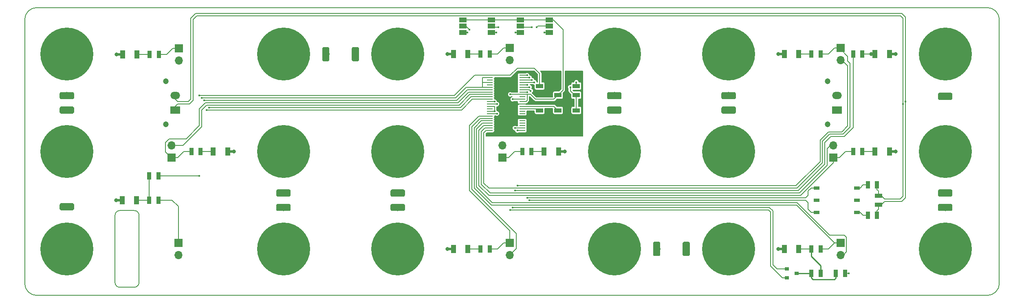
<source format=gbr>
%TF.GenerationSoftware,KiCad,Pcbnew,(5.0.0-rc2-dev-632-g76d3b6f04)*%
%TF.CreationDate,2018-06-22T20:28:33+02:00*%
%TF.ProjectId,CellsBoard,43656C6C73426F6172642E6B69636164,rev?*%
%TF.SameCoordinates,Original*%
%TF.FileFunction,Copper,L1,Top,Signal*%
%TF.FilePolarity,Positive*%
%FSLAX46Y46*%
G04 Gerber Fmt 4.6, Leading zero omitted, Abs format (unit mm)*
G04 Created by KiCad (PCBNEW (5.0.0-rc2-dev-632-g76d3b6f04)) date 06/22/18 20:28:33*
%MOMM*%
%LPD*%
G01*
G04 APERTURE LIST*
%ADD10C,0.150000*%
%ADD11C,11.000000*%
%ADD12C,0.900000*%
%ADD13C,1.500000*%
%ADD14O,2.000000X1.500000*%
%ADD15R,2.000000X1.500000*%
%ADD16C,1.200000*%
%ADD17R,1.250000X0.250000*%
%ADD18R,1.300000X0.750000*%
%ADD19O,1.700000X1.700000*%
%ADD20R,1.700000X1.700000*%
%ADD21R,1.500000X0.970000*%
%ADD22R,0.970000X1.500000*%
%ADD23R,1.070000X1.800000*%
%ADD24R,1.500000X1.000000*%
%ADD25R,0.900000X0.800000*%
%ADD26C,0.400000*%
%ADD27C,0.800000*%
%ADD28C,0.200000*%
%ADD29C,0.250000*%
%ADD30C,0.500000*%
G04 APERTURE END LIST*
D10*
X69750000Y-132300000D02*
X72750000Y-132300000D01*
X68750000Y-147300000D02*
X68750000Y-133300000D01*
X72750000Y-148300000D02*
X69750000Y-148300000D01*
X73750000Y-133300000D02*
X73750000Y-147300000D01*
X69750000Y-148300000D02*
G75*
G02X68750000Y-147300000I0J1000000D01*
G01*
X68750000Y-133300000D02*
G75*
G02X69750000Y-132300000I1000000J0D01*
G01*
X72750000Y-132300000D02*
G75*
G02X73750000Y-133300000I0J-1000000D01*
G01*
X73750000Y-147300000D02*
G75*
G02X72750000Y-148300000I-1000000J0D01*
G01*
X250000000Y-90000000D02*
X52500000Y-90000000D01*
X250000000Y-90000000D02*
G75*
G02X252500000Y-92500000I0J-2500000D01*
G01*
X252500000Y-147500000D02*
X252500000Y-92500000D01*
X252500000Y-147500000D02*
G75*
G02X250000000Y-150000000I-2500000J0D01*
G01*
X52500000Y-150000000D02*
X250000000Y-150000000D01*
X52500000Y-150000000D02*
G75*
G02X50000000Y-147500000I0J2500000D01*
G01*
X50000000Y-92500000D02*
X50000000Y-147500000D01*
X50000000Y-92500000D02*
G75*
G02X52500000Y-90000000I2500000J0D01*
G01*
D11*
X103750000Y-99700000D03*
D12*
X107875000Y-99700000D03*
X106676815Y-102626815D03*
X103750000Y-103825000D03*
X100823185Y-102626815D03*
X99625000Y-99700000D03*
X100823185Y-96773185D03*
X103750000Y-95575000D03*
X106676815Y-96773185D03*
X131625000Y-99700000D03*
X123375000Y-99700000D03*
X127500000Y-103825000D03*
X124573185Y-96773185D03*
X130426815Y-96773185D03*
X130426815Y-102626815D03*
X127500000Y-95575000D03*
X124573185Y-102626815D03*
D11*
X127500000Y-99700000D03*
D10*
G36*
X119111756Y-98201806D02*
X119148159Y-98207206D01*
X119183857Y-98216147D01*
X119218506Y-98228545D01*
X119251774Y-98244280D01*
X119283339Y-98263199D01*
X119312897Y-98285121D01*
X119340165Y-98309835D01*
X119364879Y-98337103D01*
X119386801Y-98366661D01*
X119405720Y-98398226D01*
X119421455Y-98431494D01*
X119433853Y-98466143D01*
X119442794Y-98501841D01*
X119448194Y-98538244D01*
X119450000Y-98575000D01*
X119450000Y-100825000D01*
X119448194Y-100861756D01*
X119442794Y-100898159D01*
X119433853Y-100933857D01*
X119421455Y-100968506D01*
X119405720Y-101001774D01*
X119386801Y-101033339D01*
X119364879Y-101062897D01*
X119340165Y-101090165D01*
X119312897Y-101114879D01*
X119283339Y-101136801D01*
X119251774Y-101155720D01*
X119218506Y-101171455D01*
X119183857Y-101183853D01*
X119148159Y-101192794D01*
X119111756Y-101198194D01*
X119075000Y-101200000D01*
X118325000Y-101200000D01*
X118288244Y-101198194D01*
X118251841Y-101192794D01*
X118216143Y-101183853D01*
X118181494Y-101171455D01*
X118148226Y-101155720D01*
X118116661Y-101136801D01*
X118087103Y-101114879D01*
X118059835Y-101090165D01*
X118035121Y-101062897D01*
X118013199Y-101033339D01*
X117994280Y-101001774D01*
X117978545Y-100968506D01*
X117966147Y-100933857D01*
X117957206Y-100898159D01*
X117951806Y-100861756D01*
X117950000Y-100825000D01*
X117950000Y-98575000D01*
X117951806Y-98538244D01*
X117957206Y-98501841D01*
X117966147Y-98466143D01*
X117978545Y-98431494D01*
X117994280Y-98398226D01*
X118013199Y-98366661D01*
X118035121Y-98337103D01*
X118059835Y-98309835D01*
X118087103Y-98285121D01*
X118116661Y-98263199D01*
X118148226Y-98244280D01*
X118181494Y-98228545D01*
X118216143Y-98216147D01*
X118251841Y-98207206D01*
X118288244Y-98201806D01*
X118325000Y-98200000D01*
X119075000Y-98200000D01*
X119111756Y-98201806D01*
X119111756Y-98201806D01*
G37*
D13*
X118700000Y-99700000D03*
D10*
G36*
X112961756Y-98201806D02*
X112998159Y-98207206D01*
X113033857Y-98216147D01*
X113068506Y-98228545D01*
X113101774Y-98244280D01*
X113133339Y-98263199D01*
X113162897Y-98285121D01*
X113190165Y-98309835D01*
X113214879Y-98337103D01*
X113236801Y-98366661D01*
X113255720Y-98398226D01*
X113271455Y-98431494D01*
X113283853Y-98466143D01*
X113292794Y-98501841D01*
X113298194Y-98538244D01*
X113300000Y-98575000D01*
X113300000Y-100825000D01*
X113298194Y-100861756D01*
X113292794Y-100898159D01*
X113283853Y-100933857D01*
X113271455Y-100968506D01*
X113255720Y-101001774D01*
X113236801Y-101033339D01*
X113214879Y-101062897D01*
X113190165Y-101090165D01*
X113162897Y-101114879D01*
X113133339Y-101136801D01*
X113101774Y-101155720D01*
X113068506Y-101171455D01*
X113033857Y-101183853D01*
X112998159Y-101192794D01*
X112961756Y-101198194D01*
X112925000Y-101200000D01*
X112175000Y-101200000D01*
X112138244Y-101198194D01*
X112101841Y-101192794D01*
X112066143Y-101183853D01*
X112031494Y-101171455D01*
X111998226Y-101155720D01*
X111966661Y-101136801D01*
X111937103Y-101114879D01*
X111909835Y-101090165D01*
X111885121Y-101062897D01*
X111863199Y-101033339D01*
X111844280Y-101001774D01*
X111828545Y-100968506D01*
X111816147Y-100933857D01*
X111807206Y-100898159D01*
X111801806Y-100861756D01*
X111800000Y-100825000D01*
X111800000Y-98575000D01*
X111801806Y-98538244D01*
X111807206Y-98501841D01*
X111816147Y-98466143D01*
X111828545Y-98431494D01*
X111844280Y-98398226D01*
X111863199Y-98366661D01*
X111885121Y-98337103D01*
X111909835Y-98309835D01*
X111937103Y-98285121D01*
X111966661Y-98263199D01*
X111998226Y-98244280D01*
X112031494Y-98228545D01*
X112066143Y-98216147D01*
X112101841Y-98207206D01*
X112138244Y-98201806D01*
X112175000Y-98200000D01*
X112925000Y-98200000D01*
X112961756Y-98201806D01*
X112961756Y-98201806D01*
G37*
D13*
X112550000Y-99700000D03*
D11*
X172500000Y-140300000D03*
D12*
X176625000Y-140300000D03*
X175426815Y-143226815D03*
X172500000Y-144425000D03*
X169573185Y-143226815D03*
X168375000Y-140300000D03*
X169573185Y-137373185D03*
X172500000Y-136175000D03*
X175426815Y-137373185D03*
X200375000Y-140300000D03*
X192125000Y-140300000D03*
X196250000Y-144425000D03*
X193323185Y-137373185D03*
X199176815Y-137373185D03*
X199176815Y-143226815D03*
X196250000Y-136175000D03*
X193323185Y-143226815D03*
D11*
X196250000Y-140300000D03*
D10*
G36*
X187861756Y-138801806D02*
X187898159Y-138807206D01*
X187933857Y-138816147D01*
X187968506Y-138828545D01*
X188001774Y-138844280D01*
X188033339Y-138863199D01*
X188062897Y-138885121D01*
X188090165Y-138909835D01*
X188114879Y-138937103D01*
X188136801Y-138966661D01*
X188155720Y-138998226D01*
X188171455Y-139031494D01*
X188183853Y-139066143D01*
X188192794Y-139101841D01*
X188198194Y-139138244D01*
X188200000Y-139175000D01*
X188200000Y-141425000D01*
X188198194Y-141461756D01*
X188192794Y-141498159D01*
X188183853Y-141533857D01*
X188171455Y-141568506D01*
X188155720Y-141601774D01*
X188136801Y-141633339D01*
X188114879Y-141662897D01*
X188090165Y-141690165D01*
X188062897Y-141714879D01*
X188033339Y-141736801D01*
X188001774Y-141755720D01*
X187968506Y-141771455D01*
X187933857Y-141783853D01*
X187898159Y-141792794D01*
X187861756Y-141798194D01*
X187825000Y-141800000D01*
X187075000Y-141800000D01*
X187038244Y-141798194D01*
X187001841Y-141792794D01*
X186966143Y-141783853D01*
X186931494Y-141771455D01*
X186898226Y-141755720D01*
X186866661Y-141736801D01*
X186837103Y-141714879D01*
X186809835Y-141690165D01*
X186785121Y-141662897D01*
X186763199Y-141633339D01*
X186744280Y-141601774D01*
X186728545Y-141568506D01*
X186716147Y-141533857D01*
X186707206Y-141498159D01*
X186701806Y-141461756D01*
X186700000Y-141425000D01*
X186700000Y-139175000D01*
X186701806Y-139138244D01*
X186707206Y-139101841D01*
X186716147Y-139066143D01*
X186728545Y-139031494D01*
X186744280Y-138998226D01*
X186763199Y-138966661D01*
X186785121Y-138937103D01*
X186809835Y-138909835D01*
X186837103Y-138885121D01*
X186866661Y-138863199D01*
X186898226Y-138844280D01*
X186931494Y-138828545D01*
X186966143Y-138816147D01*
X187001841Y-138807206D01*
X187038244Y-138801806D01*
X187075000Y-138800000D01*
X187825000Y-138800000D01*
X187861756Y-138801806D01*
X187861756Y-138801806D01*
G37*
D13*
X187450000Y-140300000D03*
D10*
G36*
X181711756Y-138801806D02*
X181748159Y-138807206D01*
X181783857Y-138816147D01*
X181818506Y-138828545D01*
X181851774Y-138844280D01*
X181883339Y-138863199D01*
X181912897Y-138885121D01*
X181940165Y-138909835D01*
X181964879Y-138937103D01*
X181986801Y-138966661D01*
X182005720Y-138998226D01*
X182021455Y-139031494D01*
X182033853Y-139066143D01*
X182042794Y-139101841D01*
X182048194Y-139138244D01*
X182050000Y-139175000D01*
X182050000Y-141425000D01*
X182048194Y-141461756D01*
X182042794Y-141498159D01*
X182033853Y-141533857D01*
X182021455Y-141568506D01*
X182005720Y-141601774D01*
X181986801Y-141633339D01*
X181964879Y-141662897D01*
X181940165Y-141690165D01*
X181912897Y-141714879D01*
X181883339Y-141736801D01*
X181851774Y-141755720D01*
X181818506Y-141771455D01*
X181783857Y-141783853D01*
X181748159Y-141792794D01*
X181711756Y-141798194D01*
X181675000Y-141800000D01*
X180925000Y-141800000D01*
X180888244Y-141798194D01*
X180851841Y-141792794D01*
X180816143Y-141783853D01*
X180781494Y-141771455D01*
X180748226Y-141755720D01*
X180716661Y-141736801D01*
X180687103Y-141714879D01*
X180659835Y-141690165D01*
X180635121Y-141662897D01*
X180613199Y-141633339D01*
X180594280Y-141601774D01*
X180578545Y-141568506D01*
X180566147Y-141533857D01*
X180557206Y-141498159D01*
X180551806Y-141461756D01*
X180550000Y-141425000D01*
X180550000Y-139175000D01*
X180551806Y-139138244D01*
X180557206Y-139101841D01*
X180566147Y-139066143D01*
X180578545Y-139031494D01*
X180594280Y-138998226D01*
X180613199Y-138966661D01*
X180635121Y-138937103D01*
X180659835Y-138909835D01*
X180687103Y-138885121D01*
X180716661Y-138863199D01*
X180748226Y-138844280D01*
X180781494Y-138828545D01*
X180816143Y-138816147D01*
X180851841Y-138807206D01*
X180888244Y-138801806D01*
X180925000Y-138800000D01*
X181675000Y-138800000D01*
X181711756Y-138801806D01*
X181711756Y-138801806D01*
G37*
D13*
X181300000Y-140300000D03*
D11*
X103750000Y-120000000D03*
D12*
X103750000Y-124125000D03*
X100823185Y-122926815D03*
X99625000Y-120000000D03*
X100823185Y-117073185D03*
X103750000Y-115875000D03*
X106676815Y-117073185D03*
X107875000Y-120000000D03*
X106676815Y-122926815D03*
X103750000Y-144425000D03*
X103750000Y-136175000D03*
X99625000Y-140300000D03*
X106676815Y-137373185D03*
X106676815Y-143226815D03*
X100823185Y-143226815D03*
X107875000Y-140300000D03*
X100823185Y-137373185D03*
D11*
X103750000Y-140300000D03*
D10*
G36*
X104911756Y-130901806D02*
X104948159Y-130907206D01*
X104983857Y-130916147D01*
X105018506Y-130928545D01*
X105051774Y-130944280D01*
X105083339Y-130963199D01*
X105112897Y-130985121D01*
X105140165Y-131009835D01*
X105164879Y-131037103D01*
X105186801Y-131066661D01*
X105205720Y-131098226D01*
X105221455Y-131131494D01*
X105233853Y-131166143D01*
X105242794Y-131201841D01*
X105248194Y-131238244D01*
X105250000Y-131275000D01*
X105250000Y-132025000D01*
X105248194Y-132061756D01*
X105242794Y-132098159D01*
X105233853Y-132133857D01*
X105221455Y-132168506D01*
X105205720Y-132201774D01*
X105186801Y-132233339D01*
X105164879Y-132262897D01*
X105140165Y-132290165D01*
X105112897Y-132314879D01*
X105083339Y-132336801D01*
X105051774Y-132355720D01*
X105018506Y-132371455D01*
X104983857Y-132383853D01*
X104948159Y-132392794D01*
X104911756Y-132398194D01*
X104875000Y-132400000D01*
X102625000Y-132400000D01*
X102588244Y-132398194D01*
X102551841Y-132392794D01*
X102516143Y-132383853D01*
X102481494Y-132371455D01*
X102448226Y-132355720D01*
X102416661Y-132336801D01*
X102387103Y-132314879D01*
X102359835Y-132290165D01*
X102335121Y-132262897D01*
X102313199Y-132233339D01*
X102294280Y-132201774D01*
X102278545Y-132168506D01*
X102266147Y-132133857D01*
X102257206Y-132098159D01*
X102251806Y-132061756D01*
X102250000Y-132025000D01*
X102250000Y-131275000D01*
X102251806Y-131238244D01*
X102257206Y-131201841D01*
X102266147Y-131166143D01*
X102278545Y-131131494D01*
X102294280Y-131098226D01*
X102313199Y-131066661D01*
X102335121Y-131037103D01*
X102359835Y-131009835D01*
X102387103Y-130985121D01*
X102416661Y-130963199D01*
X102448226Y-130944280D01*
X102481494Y-130928545D01*
X102516143Y-130916147D01*
X102551841Y-130907206D01*
X102588244Y-130901806D01*
X102625000Y-130900000D01*
X104875000Y-130900000D01*
X104911756Y-130901806D01*
X104911756Y-130901806D01*
G37*
D13*
X103750000Y-131650000D03*
D10*
G36*
X104911756Y-127901806D02*
X104948159Y-127907206D01*
X104983857Y-127916147D01*
X105018506Y-127928545D01*
X105051774Y-127944280D01*
X105083339Y-127963199D01*
X105112897Y-127985121D01*
X105140165Y-128009835D01*
X105164879Y-128037103D01*
X105186801Y-128066661D01*
X105205720Y-128098226D01*
X105221455Y-128131494D01*
X105233853Y-128166143D01*
X105242794Y-128201841D01*
X105248194Y-128238244D01*
X105250000Y-128275000D01*
X105250000Y-129025000D01*
X105248194Y-129061756D01*
X105242794Y-129098159D01*
X105233853Y-129133857D01*
X105221455Y-129168506D01*
X105205720Y-129201774D01*
X105186801Y-129233339D01*
X105164879Y-129262897D01*
X105140165Y-129290165D01*
X105112897Y-129314879D01*
X105083339Y-129336801D01*
X105051774Y-129355720D01*
X105018506Y-129371455D01*
X104983857Y-129383853D01*
X104948159Y-129392794D01*
X104911756Y-129398194D01*
X104875000Y-129400000D01*
X102625000Y-129400000D01*
X102588244Y-129398194D01*
X102551841Y-129392794D01*
X102516143Y-129383853D01*
X102481494Y-129371455D01*
X102448226Y-129355720D01*
X102416661Y-129336801D01*
X102387103Y-129314879D01*
X102359835Y-129290165D01*
X102335121Y-129262897D01*
X102313199Y-129233339D01*
X102294280Y-129201774D01*
X102278545Y-129168506D01*
X102266147Y-129133857D01*
X102257206Y-129098159D01*
X102251806Y-129061756D01*
X102250000Y-129025000D01*
X102250000Y-128275000D01*
X102251806Y-128238244D01*
X102257206Y-128201841D01*
X102266147Y-128166143D01*
X102278545Y-128131494D01*
X102294280Y-128098226D01*
X102313199Y-128066661D01*
X102335121Y-128037103D01*
X102359835Y-128009835D01*
X102387103Y-127985121D01*
X102416661Y-127963199D01*
X102448226Y-127944280D01*
X102481494Y-127928545D01*
X102516143Y-127916147D01*
X102551841Y-127907206D01*
X102588244Y-127901806D01*
X102625000Y-127900000D01*
X104875000Y-127900000D01*
X104911756Y-127901806D01*
X104911756Y-127901806D01*
G37*
D13*
X103750000Y-128650000D03*
D11*
X58750000Y-99700000D03*
D12*
X58750000Y-103825000D03*
X55823185Y-102626815D03*
X54625000Y-99700000D03*
X55823185Y-96773185D03*
X58750000Y-95575000D03*
X61676815Y-96773185D03*
X62875000Y-99700000D03*
X61676815Y-102626815D03*
X58750000Y-124125000D03*
X58750000Y-115875000D03*
X54625000Y-120000000D03*
X61676815Y-117073185D03*
X61676815Y-122926815D03*
X55823185Y-122926815D03*
X62875000Y-120000000D03*
X55823185Y-117073185D03*
D11*
X58750000Y-120000000D03*
D10*
G36*
X59911756Y-110601806D02*
X59948159Y-110607206D01*
X59983857Y-110616147D01*
X60018506Y-110628545D01*
X60051774Y-110644280D01*
X60083339Y-110663199D01*
X60112897Y-110685121D01*
X60140165Y-110709835D01*
X60164879Y-110737103D01*
X60186801Y-110766661D01*
X60205720Y-110798226D01*
X60221455Y-110831494D01*
X60233853Y-110866143D01*
X60242794Y-110901841D01*
X60248194Y-110938244D01*
X60250000Y-110975000D01*
X60250000Y-111725000D01*
X60248194Y-111761756D01*
X60242794Y-111798159D01*
X60233853Y-111833857D01*
X60221455Y-111868506D01*
X60205720Y-111901774D01*
X60186801Y-111933339D01*
X60164879Y-111962897D01*
X60140165Y-111990165D01*
X60112897Y-112014879D01*
X60083339Y-112036801D01*
X60051774Y-112055720D01*
X60018506Y-112071455D01*
X59983857Y-112083853D01*
X59948159Y-112092794D01*
X59911756Y-112098194D01*
X59875000Y-112100000D01*
X57625000Y-112100000D01*
X57588244Y-112098194D01*
X57551841Y-112092794D01*
X57516143Y-112083853D01*
X57481494Y-112071455D01*
X57448226Y-112055720D01*
X57416661Y-112036801D01*
X57387103Y-112014879D01*
X57359835Y-111990165D01*
X57335121Y-111962897D01*
X57313199Y-111933339D01*
X57294280Y-111901774D01*
X57278545Y-111868506D01*
X57266147Y-111833857D01*
X57257206Y-111798159D01*
X57251806Y-111761756D01*
X57250000Y-111725000D01*
X57250000Y-110975000D01*
X57251806Y-110938244D01*
X57257206Y-110901841D01*
X57266147Y-110866143D01*
X57278545Y-110831494D01*
X57294280Y-110798226D01*
X57313199Y-110766661D01*
X57335121Y-110737103D01*
X57359835Y-110709835D01*
X57387103Y-110685121D01*
X57416661Y-110663199D01*
X57448226Y-110644280D01*
X57481494Y-110628545D01*
X57516143Y-110616147D01*
X57551841Y-110607206D01*
X57588244Y-110601806D01*
X57625000Y-110600000D01*
X59875000Y-110600000D01*
X59911756Y-110601806D01*
X59911756Y-110601806D01*
G37*
D13*
X58750000Y-111350000D03*
D10*
G36*
X59911756Y-107601806D02*
X59948159Y-107607206D01*
X59983857Y-107616147D01*
X60018506Y-107628545D01*
X60051774Y-107644280D01*
X60083339Y-107663199D01*
X60112897Y-107685121D01*
X60140165Y-107709835D01*
X60164879Y-107737103D01*
X60186801Y-107766661D01*
X60205720Y-107798226D01*
X60221455Y-107831494D01*
X60233853Y-107866143D01*
X60242794Y-107901841D01*
X60248194Y-107938244D01*
X60250000Y-107975000D01*
X60250000Y-108725000D01*
X60248194Y-108761756D01*
X60242794Y-108798159D01*
X60233853Y-108833857D01*
X60221455Y-108868506D01*
X60205720Y-108901774D01*
X60186801Y-108933339D01*
X60164879Y-108962897D01*
X60140165Y-108990165D01*
X60112897Y-109014879D01*
X60083339Y-109036801D01*
X60051774Y-109055720D01*
X60018506Y-109071455D01*
X59983857Y-109083853D01*
X59948159Y-109092794D01*
X59911756Y-109098194D01*
X59875000Y-109100000D01*
X57625000Y-109100000D01*
X57588244Y-109098194D01*
X57551841Y-109092794D01*
X57516143Y-109083853D01*
X57481494Y-109071455D01*
X57448226Y-109055720D01*
X57416661Y-109036801D01*
X57387103Y-109014879D01*
X57359835Y-108990165D01*
X57335121Y-108962897D01*
X57313199Y-108933339D01*
X57294280Y-108901774D01*
X57278545Y-108868506D01*
X57266147Y-108833857D01*
X57257206Y-108798159D01*
X57251806Y-108761756D01*
X57250000Y-108725000D01*
X57250000Y-107975000D01*
X57251806Y-107938244D01*
X57257206Y-107901841D01*
X57266147Y-107866143D01*
X57278545Y-107831494D01*
X57294280Y-107798226D01*
X57313199Y-107766661D01*
X57335121Y-107737103D01*
X57359835Y-107709835D01*
X57387103Y-107685121D01*
X57416661Y-107663199D01*
X57448226Y-107644280D01*
X57481494Y-107628545D01*
X57516143Y-107616147D01*
X57551841Y-107607206D01*
X57588244Y-107601806D01*
X57625000Y-107600000D01*
X59875000Y-107600000D01*
X59911756Y-107601806D01*
X59911756Y-107601806D01*
G37*
D13*
X58750000Y-108350000D03*
D11*
X172500000Y-120000000D03*
D12*
X172500000Y-115875000D03*
X175426815Y-117073185D03*
X176625000Y-120000000D03*
X175426815Y-122926815D03*
X172500000Y-124125000D03*
X169573185Y-122926815D03*
X168375000Y-120000000D03*
X169573185Y-117073185D03*
X172500000Y-95575000D03*
X172500000Y-103825000D03*
X176625000Y-99700000D03*
X169573185Y-102626815D03*
X169573185Y-96773185D03*
X175426815Y-96773185D03*
X168375000Y-99700000D03*
X175426815Y-102626815D03*
D11*
X172500000Y-99700000D03*
D10*
G36*
X173661756Y-107601806D02*
X173698159Y-107607206D01*
X173733857Y-107616147D01*
X173768506Y-107628545D01*
X173801774Y-107644280D01*
X173833339Y-107663199D01*
X173862897Y-107685121D01*
X173890165Y-107709835D01*
X173914879Y-107737103D01*
X173936801Y-107766661D01*
X173955720Y-107798226D01*
X173971455Y-107831494D01*
X173983853Y-107866143D01*
X173992794Y-107901841D01*
X173998194Y-107938244D01*
X174000000Y-107975000D01*
X174000000Y-108725000D01*
X173998194Y-108761756D01*
X173992794Y-108798159D01*
X173983853Y-108833857D01*
X173971455Y-108868506D01*
X173955720Y-108901774D01*
X173936801Y-108933339D01*
X173914879Y-108962897D01*
X173890165Y-108990165D01*
X173862897Y-109014879D01*
X173833339Y-109036801D01*
X173801774Y-109055720D01*
X173768506Y-109071455D01*
X173733857Y-109083853D01*
X173698159Y-109092794D01*
X173661756Y-109098194D01*
X173625000Y-109100000D01*
X171375000Y-109100000D01*
X171338244Y-109098194D01*
X171301841Y-109092794D01*
X171266143Y-109083853D01*
X171231494Y-109071455D01*
X171198226Y-109055720D01*
X171166661Y-109036801D01*
X171137103Y-109014879D01*
X171109835Y-108990165D01*
X171085121Y-108962897D01*
X171063199Y-108933339D01*
X171044280Y-108901774D01*
X171028545Y-108868506D01*
X171016147Y-108833857D01*
X171007206Y-108798159D01*
X171001806Y-108761756D01*
X171000000Y-108725000D01*
X171000000Y-107975000D01*
X171001806Y-107938244D01*
X171007206Y-107901841D01*
X171016147Y-107866143D01*
X171028545Y-107831494D01*
X171044280Y-107798226D01*
X171063199Y-107766661D01*
X171085121Y-107737103D01*
X171109835Y-107709835D01*
X171137103Y-107685121D01*
X171166661Y-107663199D01*
X171198226Y-107644280D01*
X171231494Y-107628545D01*
X171266143Y-107616147D01*
X171301841Y-107607206D01*
X171338244Y-107601806D01*
X171375000Y-107600000D01*
X173625000Y-107600000D01*
X173661756Y-107601806D01*
X173661756Y-107601806D01*
G37*
D13*
X172500000Y-108350000D03*
D10*
G36*
X173661756Y-110601806D02*
X173698159Y-110607206D01*
X173733857Y-110616147D01*
X173768506Y-110628545D01*
X173801774Y-110644280D01*
X173833339Y-110663199D01*
X173862897Y-110685121D01*
X173890165Y-110709835D01*
X173914879Y-110737103D01*
X173936801Y-110766661D01*
X173955720Y-110798226D01*
X173971455Y-110831494D01*
X173983853Y-110866143D01*
X173992794Y-110901841D01*
X173998194Y-110938244D01*
X174000000Y-110975000D01*
X174000000Y-111725000D01*
X173998194Y-111761756D01*
X173992794Y-111798159D01*
X173983853Y-111833857D01*
X173971455Y-111868506D01*
X173955720Y-111901774D01*
X173936801Y-111933339D01*
X173914879Y-111962897D01*
X173890165Y-111990165D01*
X173862897Y-112014879D01*
X173833339Y-112036801D01*
X173801774Y-112055720D01*
X173768506Y-112071455D01*
X173733857Y-112083853D01*
X173698159Y-112092794D01*
X173661756Y-112098194D01*
X173625000Y-112100000D01*
X171375000Y-112100000D01*
X171338244Y-112098194D01*
X171301841Y-112092794D01*
X171266143Y-112083853D01*
X171231494Y-112071455D01*
X171198226Y-112055720D01*
X171166661Y-112036801D01*
X171137103Y-112014879D01*
X171109835Y-111990165D01*
X171085121Y-111962897D01*
X171063199Y-111933339D01*
X171044280Y-111901774D01*
X171028545Y-111868506D01*
X171016147Y-111833857D01*
X171007206Y-111798159D01*
X171001806Y-111761756D01*
X171000000Y-111725000D01*
X171000000Y-110975000D01*
X171001806Y-110938244D01*
X171007206Y-110901841D01*
X171016147Y-110866143D01*
X171028545Y-110831494D01*
X171044280Y-110798226D01*
X171063199Y-110766661D01*
X171085121Y-110737103D01*
X171109835Y-110709835D01*
X171137103Y-110685121D01*
X171166661Y-110663199D01*
X171198226Y-110644280D01*
X171231494Y-110628545D01*
X171266143Y-110616147D01*
X171301841Y-110607206D01*
X171338244Y-110601806D01*
X171375000Y-110600000D01*
X173625000Y-110600000D01*
X173661756Y-110601806D01*
X173661756Y-110601806D01*
G37*
D13*
X172500000Y-111350000D03*
D11*
X127500000Y-140300000D03*
D12*
X127500000Y-136175000D03*
X130426815Y-137373185D03*
X131625000Y-140300000D03*
X130426815Y-143226815D03*
X127500000Y-144425000D03*
X124573185Y-143226815D03*
X123375000Y-140300000D03*
X124573185Y-137373185D03*
X127500000Y-115875000D03*
X127500000Y-124125000D03*
X131625000Y-120000000D03*
X124573185Y-122926815D03*
X124573185Y-117073185D03*
X130426815Y-117073185D03*
X123375000Y-120000000D03*
X130426815Y-122926815D03*
D11*
X127500000Y-120000000D03*
D10*
G36*
X128661756Y-127901806D02*
X128698159Y-127907206D01*
X128733857Y-127916147D01*
X128768506Y-127928545D01*
X128801774Y-127944280D01*
X128833339Y-127963199D01*
X128862897Y-127985121D01*
X128890165Y-128009835D01*
X128914879Y-128037103D01*
X128936801Y-128066661D01*
X128955720Y-128098226D01*
X128971455Y-128131494D01*
X128983853Y-128166143D01*
X128992794Y-128201841D01*
X128998194Y-128238244D01*
X129000000Y-128275000D01*
X129000000Y-129025000D01*
X128998194Y-129061756D01*
X128992794Y-129098159D01*
X128983853Y-129133857D01*
X128971455Y-129168506D01*
X128955720Y-129201774D01*
X128936801Y-129233339D01*
X128914879Y-129262897D01*
X128890165Y-129290165D01*
X128862897Y-129314879D01*
X128833339Y-129336801D01*
X128801774Y-129355720D01*
X128768506Y-129371455D01*
X128733857Y-129383853D01*
X128698159Y-129392794D01*
X128661756Y-129398194D01*
X128625000Y-129400000D01*
X126375000Y-129400000D01*
X126338244Y-129398194D01*
X126301841Y-129392794D01*
X126266143Y-129383853D01*
X126231494Y-129371455D01*
X126198226Y-129355720D01*
X126166661Y-129336801D01*
X126137103Y-129314879D01*
X126109835Y-129290165D01*
X126085121Y-129262897D01*
X126063199Y-129233339D01*
X126044280Y-129201774D01*
X126028545Y-129168506D01*
X126016147Y-129133857D01*
X126007206Y-129098159D01*
X126001806Y-129061756D01*
X126000000Y-129025000D01*
X126000000Y-128275000D01*
X126001806Y-128238244D01*
X126007206Y-128201841D01*
X126016147Y-128166143D01*
X126028545Y-128131494D01*
X126044280Y-128098226D01*
X126063199Y-128066661D01*
X126085121Y-128037103D01*
X126109835Y-128009835D01*
X126137103Y-127985121D01*
X126166661Y-127963199D01*
X126198226Y-127944280D01*
X126231494Y-127928545D01*
X126266143Y-127916147D01*
X126301841Y-127907206D01*
X126338244Y-127901806D01*
X126375000Y-127900000D01*
X128625000Y-127900000D01*
X128661756Y-127901806D01*
X128661756Y-127901806D01*
G37*
D13*
X127500000Y-128650000D03*
D10*
G36*
X128661756Y-130901806D02*
X128698159Y-130907206D01*
X128733857Y-130916147D01*
X128768506Y-130928545D01*
X128801774Y-130944280D01*
X128833339Y-130963199D01*
X128862897Y-130985121D01*
X128890165Y-131009835D01*
X128914879Y-131037103D01*
X128936801Y-131066661D01*
X128955720Y-131098226D01*
X128971455Y-131131494D01*
X128983853Y-131166143D01*
X128992794Y-131201841D01*
X128998194Y-131238244D01*
X129000000Y-131275000D01*
X129000000Y-132025000D01*
X128998194Y-132061756D01*
X128992794Y-132098159D01*
X128983853Y-132133857D01*
X128971455Y-132168506D01*
X128955720Y-132201774D01*
X128936801Y-132233339D01*
X128914879Y-132262897D01*
X128890165Y-132290165D01*
X128862897Y-132314879D01*
X128833339Y-132336801D01*
X128801774Y-132355720D01*
X128768506Y-132371455D01*
X128733857Y-132383853D01*
X128698159Y-132392794D01*
X128661756Y-132398194D01*
X128625000Y-132400000D01*
X126375000Y-132400000D01*
X126338244Y-132398194D01*
X126301841Y-132392794D01*
X126266143Y-132383853D01*
X126231494Y-132371455D01*
X126198226Y-132355720D01*
X126166661Y-132336801D01*
X126137103Y-132314879D01*
X126109835Y-132290165D01*
X126085121Y-132262897D01*
X126063199Y-132233339D01*
X126044280Y-132201774D01*
X126028545Y-132168506D01*
X126016147Y-132133857D01*
X126007206Y-132098159D01*
X126001806Y-132061756D01*
X126000000Y-132025000D01*
X126000000Y-131275000D01*
X126001806Y-131238244D01*
X126007206Y-131201841D01*
X126016147Y-131166143D01*
X126028545Y-131131494D01*
X126044280Y-131098226D01*
X126063199Y-131066661D01*
X126085121Y-131037103D01*
X126109835Y-131009835D01*
X126137103Y-130985121D01*
X126166661Y-130963199D01*
X126198226Y-130944280D01*
X126231494Y-130928545D01*
X126266143Y-130916147D01*
X126301841Y-130907206D01*
X126338244Y-130901806D01*
X126375000Y-130900000D01*
X128625000Y-130900000D01*
X128661756Y-130901806D01*
X128661756Y-130901806D01*
G37*
D13*
X127500000Y-131650000D03*
D11*
X241250000Y-120000000D03*
D12*
X241250000Y-124125000D03*
X238323185Y-122926815D03*
X237125000Y-120000000D03*
X238323185Y-117073185D03*
X241250000Y-115875000D03*
X244176815Y-117073185D03*
X245375000Y-120000000D03*
X244176815Y-122926815D03*
X241250000Y-144425000D03*
X241250000Y-136175000D03*
X237125000Y-140300000D03*
X244176815Y-137373185D03*
X244176815Y-143226815D03*
X238323185Y-143226815D03*
X245375000Y-140300000D03*
X238323185Y-137373185D03*
D11*
X241250000Y-140300000D03*
D10*
G36*
X242411756Y-130901806D02*
X242448159Y-130907206D01*
X242483857Y-130916147D01*
X242518506Y-130928545D01*
X242551774Y-130944280D01*
X242583339Y-130963199D01*
X242612897Y-130985121D01*
X242640165Y-131009835D01*
X242664879Y-131037103D01*
X242686801Y-131066661D01*
X242705720Y-131098226D01*
X242721455Y-131131494D01*
X242733853Y-131166143D01*
X242742794Y-131201841D01*
X242748194Y-131238244D01*
X242750000Y-131275000D01*
X242750000Y-132025000D01*
X242748194Y-132061756D01*
X242742794Y-132098159D01*
X242733853Y-132133857D01*
X242721455Y-132168506D01*
X242705720Y-132201774D01*
X242686801Y-132233339D01*
X242664879Y-132262897D01*
X242640165Y-132290165D01*
X242612897Y-132314879D01*
X242583339Y-132336801D01*
X242551774Y-132355720D01*
X242518506Y-132371455D01*
X242483857Y-132383853D01*
X242448159Y-132392794D01*
X242411756Y-132398194D01*
X242375000Y-132400000D01*
X240125000Y-132400000D01*
X240088244Y-132398194D01*
X240051841Y-132392794D01*
X240016143Y-132383853D01*
X239981494Y-132371455D01*
X239948226Y-132355720D01*
X239916661Y-132336801D01*
X239887103Y-132314879D01*
X239859835Y-132290165D01*
X239835121Y-132262897D01*
X239813199Y-132233339D01*
X239794280Y-132201774D01*
X239778545Y-132168506D01*
X239766147Y-132133857D01*
X239757206Y-132098159D01*
X239751806Y-132061756D01*
X239750000Y-132025000D01*
X239750000Y-131275000D01*
X239751806Y-131238244D01*
X239757206Y-131201841D01*
X239766147Y-131166143D01*
X239778545Y-131131494D01*
X239794280Y-131098226D01*
X239813199Y-131066661D01*
X239835121Y-131037103D01*
X239859835Y-131009835D01*
X239887103Y-130985121D01*
X239916661Y-130963199D01*
X239948226Y-130944280D01*
X239981494Y-130928545D01*
X240016143Y-130916147D01*
X240051841Y-130907206D01*
X240088244Y-130901806D01*
X240125000Y-130900000D01*
X242375000Y-130900000D01*
X242411756Y-130901806D01*
X242411756Y-130901806D01*
G37*
D13*
X241250000Y-131650000D03*
D10*
G36*
X242411756Y-127901806D02*
X242448159Y-127907206D01*
X242483857Y-127916147D01*
X242518506Y-127928545D01*
X242551774Y-127944280D01*
X242583339Y-127963199D01*
X242612897Y-127985121D01*
X242640165Y-128009835D01*
X242664879Y-128037103D01*
X242686801Y-128066661D01*
X242705720Y-128098226D01*
X242721455Y-128131494D01*
X242733853Y-128166143D01*
X242742794Y-128201841D01*
X242748194Y-128238244D01*
X242750000Y-128275000D01*
X242750000Y-129025000D01*
X242748194Y-129061756D01*
X242742794Y-129098159D01*
X242733853Y-129133857D01*
X242721455Y-129168506D01*
X242705720Y-129201774D01*
X242686801Y-129233339D01*
X242664879Y-129262897D01*
X242640165Y-129290165D01*
X242612897Y-129314879D01*
X242583339Y-129336801D01*
X242551774Y-129355720D01*
X242518506Y-129371455D01*
X242483857Y-129383853D01*
X242448159Y-129392794D01*
X242411756Y-129398194D01*
X242375000Y-129400000D01*
X240125000Y-129400000D01*
X240088244Y-129398194D01*
X240051841Y-129392794D01*
X240016143Y-129383853D01*
X239981494Y-129371455D01*
X239948226Y-129355720D01*
X239916661Y-129336801D01*
X239887103Y-129314879D01*
X239859835Y-129290165D01*
X239835121Y-129262897D01*
X239813199Y-129233339D01*
X239794280Y-129201774D01*
X239778545Y-129168506D01*
X239766147Y-129133857D01*
X239757206Y-129098159D01*
X239751806Y-129061756D01*
X239750000Y-129025000D01*
X239750000Y-128275000D01*
X239751806Y-128238244D01*
X239757206Y-128201841D01*
X239766147Y-128166143D01*
X239778545Y-128131494D01*
X239794280Y-128098226D01*
X239813199Y-128066661D01*
X239835121Y-128037103D01*
X239859835Y-128009835D01*
X239887103Y-127985121D01*
X239916661Y-127963199D01*
X239948226Y-127944280D01*
X239981494Y-127928545D01*
X240016143Y-127916147D01*
X240051841Y-127907206D01*
X240088244Y-127901806D01*
X240125000Y-127900000D01*
X242375000Y-127900000D01*
X242411756Y-127901806D01*
X242411756Y-127901806D01*
G37*
D13*
X241250000Y-128650000D03*
D11*
X196250000Y-99700000D03*
D12*
X196250000Y-103825000D03*
X193323185Y-102626815D03*
X192125000Y-99700000D03*
X193323185Y-96773185D03*
X196250000Y-95575000D03*
X199176815Y-96773185D03*
X200375000Y-99700000D03*
X199176815Y-102626815D03*
X196250000Y-124125000D03*
X196250000Y-115875000D03*
X192125000Y-120000000D03*
X199176815Y-117073185D03*
X199176815Y-122926815D03*
X193323185Y-122926815D03*
X200375000Y-120000000D03*
X193323185Y-117073185D03*
D11*
X196250000Y-120000000D03*
D10*
G36*
X197411756Y-110601806D02*
X197448159Y-110607206D01*
X197483857Y-110616147D01*
X197518506Y-110628545D01*
X197551774Y-110644280D01*
X197583339Y-110663199D01*
X197612897Y-110685121D01*
X197640165Y-110709835D01*
X197664879Y-110737103D01*
X197686801Y-110766661D01*
X197705720Y-110798226D01*
X197721455Y-110831494D01*
X197733853Y-110866143D01*
X197742794Y-110901841D01*
X197748194Y-110938244D01*
X197750000Y-110975000D01*
X197750000Y-111725000D01*
X197748194Y-111761756D01*
X197742794Y-111798159D01*
X197733853Y-111833857D01*
X197721455Y-111868506D01*
X197705720Y-111901774D01*
X197686801Y-111933339D01*
X197664879Y-111962897D01*
X197640165Y-111990165D01*
X197612897Y-112014879D01*
X197583339Y-112036801D01*
X197551774Y-112055720D01*
X197518506Y-112071455D01*
X197483857Y-112083853D01*
X197448159Y-112092794D01*
X197411756Y-112098194D01*
X197375000Y-112100000D01*
X195125000Y-112100000D01*
X195088244Y-112098194D01*
X195051841Y-112092794D01*
X195016143Y-112083853D01*
X194981494Y-112071455D01*
X194948226Y-112055720D01*
X194916661Y-112036801D01*
X194887103Y-112014879D01*
X194859835Y-111990165D01*
X194835121Y-111962897D01*
X194813199Y-111933339D01*
X194794280Y-111901774D01*
X194778545Y-111868506D01*
X194766147Y-111833857D01*
X194757206Y-111798159D01*
X194751806Y-111761756D01*
X194750000Y-111725000D01*
X194750000Y-110975000D01*
X194751806Y-110938244D01*
X194757206Y-110901841D01*
X194766147Y-110866143D01*
X194778545Y-110831494D01*
X194794280Y-110798226D01*
X194813199Y-110766661D01*
X194835121Y-110737103D01*
X194859835Y-110709835D01*
X194887103Y-110685121D01*
X194916661Y-110663199D01*
X194948226Y-110644280D01*
X194981494Y-110628545D01*
X195016143Y-110616147D01*
X195051841Y-110607206D01*
X195088244Y-110601806D01*
X195125000Y-110600000D01*
X197375000Y-110600000D01*
X197411756Y-110601806D01*
X197411756Y-110601806D01*
G37*
D13*
X196250000Y-111350000D03*
D10*
G36*
X197411756Y-107601806D02*
X197448159Y-107607206D01*
X197483857Y-107616147D01*
X197518506Y-107628545D01*
X197551774Y-107644280D01*
X197583339Y-107663199D01*
X197612897Y-107685121D01*
X197640165Y-107709835D01*
X197664879Y-107737103D01*
X197686801Y-107766661D01*
X197705720Y-107798226D01*
X197721455Y-107831494D01*
X197733853Y-107866143D01*
X197742794Y-107901841D01*
X197748194Y-107938244D01*
X197750000Y-107975000D01*
X197750000Y-108725000D01*
X197748194Y-108761756D01*
X197742794Y-108798159D01*
X197733853Y-108833857D01*
X197721455Y-108868506D01*
X197705720Y-108901774D01*
X197686801Y-108933339D01*
X197664879Y-108962897D01*
X197640165Y-108990165D01*
X197612897Y-109014879D01*
X197583339Y-109036801D01*
X197551774Y-109055720D01*
X197518506Y-109071455D01*
X197483857Y-109083853D01*
X197448159Y-109092794D01*
X197411756Y-109098194D01*
X197375000Y-109100000D01*
X195125000Y-109100000D01*
X195088244Y-109098194D01*
X195051841Y-109092794D01*
X195016143Y-109083853D01*
X194981494Y-109071455D01*
X194948226Y-109055720D01*
X194916661Y-109036801D01*
X194887103Y-109014879D01*
X194859835Y-108990165D01*
X194835121Y-108962897D01*
X194813199Y-108933339D01*
X194794280Y-108901774D01*
X194778545Y-108868506D01*
X194766147Y-108833857D01*
X194757206Y-108798159D01*
X194751806Y-108761756D01*
X194750000Y-108725000D01*
X194750000Y-107975000D01*
X194751806Y-107938244D01*
X194757206Y-107901841D01*
X194766147Y-107866143D01*
X194778545Y-107831494D01*
X194794280Y-107798226D01*
X194813199Y-107766661D01*
X194835121Y-107737103D01*
X194859835Y-107709835D01*
X194887103Y-107685121D01*
X194916661Y-107663199D01*
X194948226Y-107644280D01*
X194981494Y-107628545D01*
X195016143Y-107616147D01*
X195051841Y-107607206D01*
X195088244Y-107601806D01*
X195125000Y-107600000D01*
X197375000Y-107600000D01*
X197411756Y-107601806D01*
X197411756Y-107601806D01*
G37*
D13*
X196250000Y-108350000D03*
D10*
G36*
X59911756Y-130751806D02*
X59948159Y-130757206D01*
X59983857Y-130766147D01*
X60018506Y-130778545D01*
X60051774Y-130794280D01*
X60083339Y-130813199D01*
X60112897Y-130835121D01*
X60140165Y-130859835D01*
X60164879Y-130887103D01*
X60186801Y-130916661D01*
X60205720Y-130948226D01*
X60221455Y-130981494D01*
X60233853Y-131016143D01*
X60242794Y-131051841D01*
X60248194Y-131088244D01*
X60250000Y-131125000D01*
X60250000Y-131875000D01*
X60248194Y-131911756D01*
X60242794Y-131948159D01*
X60233853Y-131983857D01*
X60221455Y-132018506D01*
X60205720Y-132051774D01*
X60186801Y-132083339D01*
X60164879Y-132112897D01*
X60140165Y-132140165D01*
X60112897Y-132164879D01*
X60083339Y-132186801D01*
X60051774Y-132205720D01*
X60018506Y-132221455D01*
X59983857Y-132233853D01*
X59948159Y-132242794D01*
X59911756Y-132248194D01*
X59875000Y-132250000D01*
X57625000Y-132250000D01*
X57588244Y-132248194D01*
X57551841Y-132242794D01*
X57516143Y-132233853D01*
X57481494Y-132221455D01*
X57448226Y-132205720D01*
X57416661Y-132186801D01*
X57387103Y-132164879D01*
X57359835Y-132140165D01*
X57335121Y-132112897D01*
X57313199Y-132083339D01*
X57294280Y-132051774D01*
X57278545Y-132018506D01*
X57266147Y-131983857D01*
X57257206Y-131948159D01*
X57251806Y-131911756D01*
X57250000Y-131875000D01*
X57250000Y-131125000D01*
X57251806Y-131088244D01*
X57257206Y-131051841D01*
X57266147Y-131016143D01*
X57278545Y-130981494D01*
X57294280Y-130948226D01*
X57313199Y-130916661D01*
X57335121Y-130887103D01*
X57359835Y-130859835D01*
X57387103Y-130835121D01*
X57416661Y-130813199D01*
X57448226Y-130794280D01*
X57481494Y-130778545D01*
X57516143Y-130766147D01*
X57551841Y-130757206D01*
X57588244Y-130751806D01*
X57625000Y-130750000D01*
X59875000Y-130750000D01*
X59911756Y-130751806D01*
X59911756Y-130751806D01*
G37*
D13*
X58750000Y-131500000D03*
D12*
X61676815Y-143226815D03*
X62875000Y-140300000D03*
X61676815Y-137373185D03*
X58750000Y-136175000D03*
X55823185Y-137373185D03*
X54625000Y-140300000D03*
X55823185Y-143226815D03*
X58750000Y-144425000D03*
D11*
X58750000Y-140300000D03*
D14*
X81250000Y-108350000D03*
D15*
X81250000Y-111350000D03*
D16*
X79290000Y-105350000D03*
X79290000Y-114350000D03*
D14*
X218750000Y-108350000D03*
D15*
X218750000Y-111350000D03*
D16*
X216790000Y-105350000D03*
X216790000Y-114350000D03*
D17*
X153375000Y-104100000D03*
X146625000Y-104100000D03*
X153375000Y-104600000D03*
X146625000Y-104600000D03*
X153375000Y-105100000D03*
X146625000Y-105100000D03*
X153375000Y-105600000D03*
X146625000Y-105600000D03*
X153375000Y-106100000D03*
X146625000Y-106100000D03*
X153375000Y-106600000D03*
X146625000Y-106600000D03*
X153375000Y-107100000D03*
X146625000Y-107100000D03*
X153375000Y-107600000D03*
X146625000Y-107600000D03*
X153375000Y-108100000D03*
X146625000Y-108100000D03*
X153375000Y-108600000D03*
X146625000Y-108600000D03*
X153375000Y-109100000D03*
X146625000Y-109100000D03*
X153375000Y-109600000D03*
X146625000Y-109600000D03*
X153375000Y-110100000D03*
X146625000Y-110100000D03*
X153375000Y-110600000D03*
X146625000Y-110600000D03*
X153375000Y-111100000D03*
X146625000Y-111100000D03*
X153375000Y-111600000D03*
X146625000Y-111600000D03*
X153375000Y-112100000D03*
X146625000Y-112100000D03*
X153375000Y-112600000D03*
X146625000Y-112600000D03*
X153375000Y-113100000D03*
X146625000Y-113100000D03*
X153375000Y-113600000D03*
X146625000Y-113600000D03*
X153375000Y-114100000D03*
X146625000Y-114100000D03*
X153375000Y-114600000D03*
X146625000Y-114600000D03*
X153375000Y-115100000D03*
X146625000Y-115100000D03*
X153375000Y-115600000D03*
X146625000Y-115600000D03*
D11*
X241250000Y-99700000D03*
D12*
X241250000Y-103825000D03*
X238323185Y-102626815D03*
X237125000Y-99700000D03*
X238323185Y-96773185D03*
X241250000Y-95575000D03*
X244176815Y-96773185D03*
X245375000Y-99700000D03*
X244176815Y-102626815D03*
D10*
G36*
X242411756Y-107751806D02*
X242448159Y-107757206D01*
X242483857Y-107766147D01*
X242518506Y-107778545D01*
X242551774Y-107794280D01*
X242583339Y-107813199D01*
X242612897Y-107835121D01*
X242640165Y-107859835D01*
X242664879Y-107887103D01*
X242686801Y-107916661D01*
X242705720Y-107948226D01*
X242721455Y-107981494D01*
X242733853Y-108016143D01*
X242742794Y-108051841D01*
X242748194Y-108088244D01*
X242750000Y-108125000D01*
X242750000Y-108875000D01*
X242748194Y-108911756D01*
X242742794Y-108948159D01*
X242733853Y-108983857D01*
X242721455Y-109018506D01*
X242705720Y-109051774D01*
X242686801Y-109083339D01*
X242664879Y-109112897D01*
X242640165Y-109140165D01*
X242612897Y-109164879D01*
X242583339Y-109186801D01*
X242551774Y-109205720D01*
X242518506Y-109221455D01*
X242483857Y-109233853D01*
X242448159Y-109242794D01*
X242411756Y-109248194D01*
X242375000Y-109250000D01*
X240125000Y-109250000D01*
X240088244Y-109248194D01*
X240051841Y-109242794D01*
X240016143Y-109233853D01*
X239981494Y-109221455D01*
X239948226Y-109205720D01*
X239916661Y-109186801D01*
X239887103Y-109164879D01*
X239859835Y-109140165D01*
X239835121Y-109112897D01*
X239813199Y-109083339D01*
X239794280Y-109051774D01*
X239778545Y-109018506D01*
X239766147Y-108983857D01*
X239757206Y-108948159D01*
X239751806Y-108911756D01*
X239750000Y-108875000D01*
X239750000Y-108125000D01*
X239751806Y-108088244D01*
X239757206Y-108051841D01*
X239766147Y-108016143D01*
X239778545Y-107981494D01*
X239794280Y-107948226D01*
X239813199Y-107916661D01*
X239835121Y-107887103D01*
X239859835Y-107859835D01*
X239887103Y-107835121D01*
X239916661Y-107813199D01*
X239948226Y-107794280D01*
X239981494Y-107778545D01*
X240016143Y-107766147D01*
X240051841Y-107757206D01*
X240088244Y-107751806D01*
X240125000Y-107750000D01*
X242375000Y-107750000D01*
X242411756Y-107751806D01*
X242411756Y-107751806D01*
G37*
D13*
X241250000Y-108500000D03*
D18*
X214550000Y-132690000D03*
X222950000Y-132690000D03*
X214550000Y-130150000D03*
X222950000Y-130150000D03*
X214550000Y-127610000D03*
X222950000Y-127610000D03*
D19*
X81900000Y-141570000D03*
D20*
X81900000Y-139030000D03*
X80500000Y-121270000D03*
D19*
X80500000Y-118730000D03*
X82000000Y-101070000D03*
D20*
X82000000Y-98530000D03*
D19*
X150750000Y-100970000D03*
D20*
X150750000Y-98430000D03*
D19*
X149250000Y-118730000D03*
D20*
X149250000Y-121270000D03*
D19*
X150750000Y-141570000D03*
D20*
X150750000Y-139030000D03*
D19*
X219500000Y-141570000D03*
D20*
X219500000Y-139030000D03*
D19*
X218000000Y-118730000D03*
D20*
X218000000Y-121270000D03*
X219500000Y-98430000D03*
D19*
X219500000Y-100970000D03*
D21*
X156985000Y-106355000D03*
X156985000Y-108265000D03*
X160795000Y-113345000D03*
X160795000Y-111435000D03*
X156985000Y-111435000D03*
X156985000Y-113345000D03*
D22*
X218545000Y-145380000D03*
X220455000Y-145380000D03*
D21*
X160795000Y-106355000D03*
X160795000Y-108265000D03*
D23*
X70235000Y-130150000D03*
X73245000Y-130150000D03*
X92165000Y-120000000D03*
X89155000Y-120000000D03*
X70335000Y-99800000D03*
X73345000Y-99800000D03*
X142095000Y-99700000D03*
X139085000Y-99700000D03*
X160915000Y-120000000D03*
X157905000Y-120000000D03*
X142095000Y-140300000D03*
X139085000Y-140300000D03*
X207835000Y-140300000D03*
X210845000Y-140300000D03*
X226655000Y-120000000D03*
X229665000Y-120000000D03*
X210845000Y-99700000D03*
X207835000Y-99700000D03*
X226655000Y-99700000D03*
X229665000Y-99700000D03*
D24*
X141000000Y-95150000D03*
X141000000Y-93850000D03*
X141000000Y-92550000D03*
X147000000Y-92550000D03*
X147000000Y-93850000D03*
X147000000Y-95150000D03*
X153000000Y-95150000D03*
X153000000Y-93850000D03*
X153000000Y-92550000D03*
X159000000Y-95150000D03*
X159000000Y-93850000D03*
X159000000Y-92550000D03*
D25*
X208340000Y-144430000D03*
X208340000Y-146330000D03*
X210340000Y-145380000D03*
D22*
X215375000Y-145380000D03*
X213465000Y-145380000D03*
X75865000Y-125070000D03*
X77775000Y-125070000D03*
X77775000Y-130150000D03*
X75865000Y-130150000D03*
X86535000Y-120000000D03*
X84625000Y-120000000D03*
X75965000Y-99800000D03*
X77875000Y-99800000D03*
X146625000Y-99700000D03*
X144715000Y-99700000D03*
X155285000Y-120000000D03*
X153375000Y-120000000D03*
X146625000Y-140300000D03*
X144715000Y-140300000D03*
X213465000Y-140300000D03*
X215375000Y-140300000D03*
X222125000Y-120000000D03*
X224035000Y-120000000D03*
D21*
X164605000Y-111435000D03*
X164605000Y-113345000D03*
X164605000Y-106355000D03*
X164605000Y-108265000D03*
D22*
X215375000Y-99700000D03*
X213465000Y-99700000D03*
X227080000Y-133325000D03*
X225170000Y-133325000D03*
D21*
X227395000Y-129195000D03*
X227395000Y-131105000D03*
D22*
X222125000Y-99700000D03*
X224035000Y-99700000D03*
X225170000Y-126975000D03*
X227080000Y-126975000D03*
D26*
X86275000Y-125070000D03*
X86275000Y-108350000D03*
X150875000Y-108100000D03*
X150875000Y-132150000D03*
X142000000Y-95150000D03*
X148000000Y-95150000D03*
X152000000Y-95150000D03*
X158000000Y-95150000D03*
D27*
X225905000Y-99700000D03*
D26*
X221205000Y-145380000D03*
X150000000Y-109850000D03*
X150000000Y-114850000D03*
X150000000Y-104850000D03*
X160000000Y-104850000D03*
X158000000Y-104850000D03*
D27*
X68965000Y-130150000D03*
X93435000Y-120000000D03*
X69065000Y-99800000D03*
X137815000Y-99700000D03*
X162185000Y-120000000D03*
X137815000Y-140300000D03*
X206565000Y-140300000D03*
X230935000Y-120000000D03*
X206565000Y-99700000D03*
X230935000Y-99700000D03*
D26*
X86775000Y-108850000D03*
X87275000Y-109350000D03*
X88275000Y-110850000D03*
X87775000Y-111350000D03*
X148125000Y-110100000D03*
X147625000Y-109600000D03*
X148125000Y-112100000D03*
X152375000Y-115600000D03*
X152375000Y-127150000D03*
X147625000Y-111600000D03*
X232950000Y-109600000D03*
X232450000Y-110100000D03*
X154375000Y-104100000D03*
X142375000Y-94600000D03*
X154875000Y-104600000D03*
X148375000Y-94100000D03*
X155375000Y-105100000D03*
X155375000Y-94100000D03*
X155875000Y-105600000D03*
X156375000Y-94100000D03*
X151375000Y-109100000D03*
X151375000Y-131650000D03*
X154875000Y-106600000D03*
X163375000Y-106600000D03*
X154375000Y-106100000D03*
X164605000Y-105605000D03*
X151875000Y-115100000D03*
X151875000Y-128150000D03*
X154375000Y-107600000D03*
X154375000Y-129650000D03*
X155125000Y-107350000D03*
X154875000Y-130150000D03*
D28*
X146625000Y-104100000D02*
X143500000Y-104100000D01*
X143500000Y-104100000D02*
X139250000Y-108350000D01*
X77775000Y-125070000D02*
X86275000Y-125070000D01*
X139250000Y-108350000D02*
X86275000Y-108350000D01*
X156985000Y-103710000D02*
X156985000Y-106355000D01*
X155875000Y-102600000D02*
X156985000Y-103710000D01*
X152375000Y-102600000D02*
X155875000Y-102600000D01*
X146625000Y-104100000D02*
X150875000Y-104100000D01*
X150875000Y-104100000D02*
X152375000Y-102600000D01*
X159960000Y-110600000D02*
X160795000Y-111435000D01*
X153375000Y-110600000D02*
X159960000Y-110600000D01*
X156650000Y-111100000D02*
X156985000Y-111435000D01*
X153375000Y-111100000D02*
X156650000Y-111100000D01*
D29*
X213465000Y-145380000D02*
X210340000Y-145380000D01*
X213465000Y-145380000D02*
X213465000Y-146330000D01*
X213465000Y-146330000D02*
X213785000Y-146650000D01*
X213785000Y-146650000D02*
X218230000Y-146650000D01*
X218545000Y-146335000D02*
X218230000Y-146650000D01*
X218545000Y-145380000D02*
X218545000Y-146335000D01*
D28*
X159960000Y-109100000D02*
X160795000Y-108265000D01*
X156125000Y-109100000D02*
X159960000Y-109100000D01*
X155125000Y-108100000D02*
X156125000Y-109100000D01*
X153375000Y-109600000D02*
X154125000Y-109600000D01*
X154375000Y-109350000D02*
X154375000Y-108100000D01*
X154125000Y-109600000D02*
X154375000Y-109350000D01*
X153375000Y-108100000D02*
X154375000Y-108100000D01*
X154375000Y-108100000D02*
X155125000Y-108100000D01*
X153375000Y-108100000D02*
X150875000Y-108100000D01*
X208340000Y-146330000D02*
X207430000Y-146330000D01*
X207430000Y-146330000D02*
X205000000Y-143900000D01*
X205000000Y-143900000D02*
X205000000Y-132650000D01*
X205000000Y-132650000D02*
X204500000Y-132150000D01*
X204500000Y-132150000D02*
X150875000Y-132150000D01*
X141000000Y-92550000D02*
X147000000Y-92550000D01*
X147000000Y-92550000D02*
X153000000Y-92550000D01*
X153000000Y-92550000D02*
X159000000Y-92550000D01*
X159000000Y-92550000D02*
X159825000Y-92550000D01*
X159825000Y-92550000D02*
X161875000Y-94600000D01*
X161875000Y-107185000D02*
X160795000Y-108265000D01*
X161875000Y-94600000D02*
X161875000Y-107185000D01*
X224035000Y-99700000D02*
X226655000Y-99700000D01*
X141000000Y-95150000D02*
X142000000Y-95150000D01*
X147000000Y-95150000D02*
X148000000Y-95150000D01*
X153000000Y-95150000D02*
X152000000Y-95150000D01*
X159000000Y-95150000D02*
X158000000Y-95150000D01*
D30*
X226655000Y-99700000D02*
X225905000Y-99700000D01*
D28*
X220455000Y-145380000D02*
X221205000Y-145380000D01*
D30*
X70235000Y-130150000D02*
X68965000Y-130150000D01*
D28*
X73245000Y-130150000D02*
X75865000Y-130150000D01*
X75865000Y-130150000D02*
X75865000Y-125070000D01*
X86535000Y-120000000D02*
X89155000Y-120000000D01*
D30*
X92165000Y-120000000D02*
X93435000Y-120000000D01*
X70335000Y-99800000D02*
X69065000Y-99800000D01*
D28*
X73345000Y-99800000D02*
X75965000Y-99800000D01*
X142095000Y-99700000D02*
X144715000Y-99700000D01*
D30*
X139085000Y-99700000D02*
X137815000Y-99700000D01*
X160915000Y-120000000D02*
X162185000Y-120000000D01*
D28*
X155285000Y-120000000D02*
X157905000Y-120000000D01*
X142095000Y-140300000D02*
X144715000Y-140300000D01*
D30*
X139085000Y-140300000D02*
X137815000Y-140300000D01*
X207835000Y-140300000D02*
X206565000Y-140300000D01*
D28*
X210845000Y-140300000D02*
X213465000Y-140300000D01*
D29*
X213465000Y-140300000D02*
X213465000Y-141885000D01*
X215375000Y-143795000D02*
X215375000Y-145380000D01*
X213465000Y-141885000D02*
X215375000Y-143795000D01*
D28*
X224035000Y-120000000D02*
X226655000Y-120000000D01*
D30*
X229665000Y-120000000D02*
X230935000Y-120000000D01*
X207835000Y-99700000D02*
X206565000Y-99700000D01*
D28*
X213465000Y-99700000D02*
X210845000Y-99700000D01*
D30*
X229665000Y-99700000D02*
X230935000Y-99700000D01*
D28*
X80620000Y-130150000D02*
X77775000Y-130150000D01*
X81900000Y-139030000D02*
X81900000Y-131430000D01*
X81900000Y-131430000D02*
X80620000Y-130150000D01*
X139500000Y-108850000D02*
X141750000Y-106600000D01*
X86775000Y-108850000D02*
X139500000Y-108850000D01*
X146625000Y-104600000D02*
X145125000Y-104600000D01*
X141750000Y-106600000D02*
X145125000Y-106600000D01*
X145125000Y-106600000D02*
X146625000Y-106600000D01*
X146625000Y-105600000D02*
X145125000Y-105600000D01*
X145125000Y-104600000D02*
X145125000Y-105600000D01*
X145125000Y-105600000D02*
X145125000Y-106600000D01*
X142000000Y-107100000D02*
X146625000Y-107100000D01*
X139750000Y-109350000D02*
X142000000Y-107100000D01*
X87275000Y-109350000D02*
X139750000Y-109350000D01*
X146625000Y-108100000D02*
X142500000Y-108100000D01*
X142500000Y-108100000D02*
X140250000Y-110350000D01*
X80500000Y-118730000D02*
X82895000Y-118730000D01*
X82895000Y-118730000D02*
X86775000Y-114850000D01*
X86775000Y-111350000D02*
X87775000Y-110350000D01*
X86775000Y-114850000D02*
X86775000Y-111350000D01*
X140250000Y-110350000D02*
X87775000Y-110350000D01*
X80500000Y-121270000D02*
X81770000Y-121270000D01*
X83040000Y-120000000D02*
X84625000Y-120000000D01*
X81770000Y-121270000D02*
X83040000Y-120000000D01*
X146625000Y-107600000D02*
X142250000Y-107600000D01*
X142250000Y-107600000D02*
X140000000Y-109850000D01*
X87775000Y-109850000D02*
X87525000Y-109850000D01*
X140000000Y-109850000D02*
X87775000Y-109850000D01*
X87525000Y-109850000D02*
X86275000Y-111100000D01*
X86275000Y-111100000D02*
X86275000Y-114600000D01*
X86275000Y-114600000D02*
X83525000Y-117350000D01*
X83525000Y-117350000D02*
X80025000Y-117350000D01*
X80025000Y-117350000D02*
X79275000Y-118100000D01*
X79275000Y-120045000D02*
X80500000Y-121270000D01*
X79275000Y-118100000D02*
X79275000Y-120045000D01*
X82000000Y-98530000D02*
X80730000Y-98530000D01*
X80730000Y-98530000D02*
X79460000Y-99800000D01*
X79460000Y-99800000D02*
X77875000Y-99800000D01*
X140500000Y-110850000D02*
X142750000Y-108600000D01*
X142750000Y-108600000D02*
X146625000Y-108600000D01*
X88275000Y-110850000D02*
X140500000Y-110850000D01*
X146625000Y-109100000D02*
X143000000Y-109100000D01*
X143000000Y-109100000D02*
X140750000Y-111350000D01*
X140750000Y-111350000D02*
X87775000Y-111350000D01*
X146625000Y-110100000D02*
X148125000Y-110100000D01*
X150750000Y-98430000D02*
X149480000Y-98430000D01*
X148210000Y-99700000D02*
X146625000Y-99700000D01*
X149480000Y-98430000D02*
X148210000Y-99700000D01*
X146625000Y-109600000D02*
X147625000Y-109600000D01*
X146625000Y-112100000D02*
X148125000Y-112100000D01*
X146625000Y-113100000D02*
X144625000Y-113100000D01*
X144625000Y-113100000D02*
X142875000Y-114850000D01*
X142875000Y-114850000D02*
X142875000Y-127850000D01*
X142875000Y-127850000D02*
X152125000Y-137100000D01*
X152125000Y-140195000D02*
X150750000Y-141570000D01*
X152125000Y-137100000D02*
X152125000Y-140195000D01*
X220080000Y-141570000D02*
X219500000Y-141570000D01*
X220750000Y-140900000D02*
X220080000Y-141570000D01*
X220750000Y-137900000D02*
X220750000Y-140900000D01*
X220250000Y-137400000D02*
X220750000Y-137900000D01*
X217250000Y-137400000D02*
X220250000Y-137400000D01*
X145125000Y-114100000D02*
X143875000Y-115350000D01*
X146625000Y-114100000D02*
X145125000Y-114100000D01*
X143875000Y-115350000D02*
X143875000Y-127350000D01*
X143875000Y-127350000D02*
X147175000Y-130650000D01*
X147175000Y-130650000D02*
X210500000Y-130650000D01*
X210500000Y-130650000D02*
X217250000Y-137400000D01*
X217420000Y-118730000D02*
X218000000Y-118730000D01*
X216750000Y-119400000D02*
X217420000Y-118730000D01*
X216750000Y-122900000D02*
X216750000Y-119400000D01*
X146625000Y-115100000D02*
X145625000Y-115100000D01*
X144875000Y-115850000D02*
X144875000Y-126850000D01*
X144875000Y-126850000D02*
X146675000Y-128650000D01*
X146675000Y-128650000D02*
X211000000Y-128650000D01*
X145625000Y-115100000D02*
X144875000Y-115850000D01*
X211000000Y-128650000D02*
X216750000Y-122900000D01*
X219500000Y-100970000D02*
X219820000Y-100970000D01*
X219820000Y-100970000D02*
X221000000Y-102150000D01*
X221000000Y-102150000D02*
X221000000Y-114650000D01*
X221000000Y-114650000D02*
X219750000Y-115900000D01*
X219750000Y-115900000D02*
X217000000Y-115900000D01*
X217000000Y-115900000D02*
X215250000Y-117650000D01*
X215250000Y-117650000D02*
X215250000Y-122150000D01*
X215250000Y-122150000D02*
X210250000Y-127150000D01*
X153375000Y-115600000D02*
X152375000Y-115600000D01*
X210250000Y-127150000D02*
X152375000Y-127150000D01*
X149250000Y-121270000D02*
X150520000Y-121270000D01*
X150520000Y-121270000D02*
X151790000Y-120000000D01*
X151790000Y-120000000D02*
X153375000Y-120000000D01*
X146625000Y-110600000D02*
X147625000Y-110600000D01*
X147625000Y-110600000D02*
X147625000Y-111600000D01*
X147625000Y-111600000D02*
X146625000Y-111600000D01*
X150750000Y-139030000D02*
X149480000Y-139030000D01*
X149480000Y-139030000D02*
X148210000Y-140300000D01*
X148210000Y-140300000D02*
X146625000Y-140300000D01*
X150750000Y-136475000D02*
X150750000Y-139030000D01*
X142375000Y-128100000D02*
X150750000Y-136475000D01*
X142375000Y-114600000D02*
X142375000Y-128100000D01*
X146625000Y-112600000D02*
X144375000Y-112600000D01*
X144375000Y-112600000D02*
X142375000Y-114600000D01*
X218230000Y-139030000D02*
X216960000Y-140300000D01*
X215375000Y-140300000D02*
X216960000Y-140300000D01*
X219500000Y-139030000D02*
X218230000Y-139030000D01*
X210350000Y-131150000D02*
X218230000Y-139030000D01*
X146925000Y-131150000D02*
X210350000Y-131150000D01*
X143375000Y-127600000D02*
X146925000Y-131150000D01*
X143375000Y-115100000D02*
X143375000Y-127600000D01*
X146625000Y-113600000D02*
X144875000Y-113600000D01*
X144875000Y-113600000D02*
X143375000Y-115100000D01*
X218000000Y-121270000D02*
X219270000Y-121270000D01*
X219270000Y-121270000D02*
X220540000Y-120000000D01*
X220540000Y-120000000D02*
X222125000Y-120000000D01*
X218000000Y-122400000D02*
X218000000Y-121270000D01*
X145375000Y-114600000D02*
X144375000Y-115600000D01*
X146625000Y-114600000D02*
X145375000Y-114600000D01*
X144375000Y-115600000D02*
X144375000Y-127100000D01*
X144375000Y-127100000D02*
X146425000Y-129150000D01*
X146425000Y-129150000D02*
X211250000Y-129150000D01*
X211250000Y-129150000D02*
X218000000Y-122400000D01*
X219500000Y-98430000D02*
X218230000Y-98430000D01*
X218230000Y-98430000D02*
X216960000Y-99700000D01*
X216960000Y-99700000D02*
X215375000Y-99700000D01*
X219500000Y-98650000D02*
X219500000Y-98430000D01*
X221000000Y-100150000D02*
X219500000Y-98650000D01*
X221000000Y-101150000D02*
X221000000Y-100150000D01*
X221500000Y-114900000D02*
X221500000Y-101650000D01*
X220000000Y-116400000D02*
X221500000Y-114900000D01*
X217250000Y-116400000D02*
X220000000Y-116400000D01*
X221500000Y-101650000D02*
X221000000Y-101150000D01*
X215750000Y-117900000D02*
X217250000Y-116400000D01*
X215750000Y-122400000D02*
X215750000Y-117900000D01*
X145875000Y-115600000D02*
X145375000Y-116100000D01*
X146625000Y-115600000D02*
X145875000Y-115600000D01*
X146425000Y-127650000D02*
X210500000Y-127650000D01*
X145375000Y-116100000D02*
X145375000Y-126600000D01*
X145375000Y-126600000D02*
X146425000Y-127650000D01*
X210500000Y-127650000D02*
X215750000Y-122400000D01*
X227995000Y-131105000D02*
X228700000Y-130400000D01*
X227395000Y-131105000D02*
X227995000Y-131105000D01*
X228700000Y-130400000D02*
X232200000Y-130400000D01*
X232200000Y-130400000D02*
X232950000Y-129650000D01*
X232950000Y-129650000D02*
X232950000Y-109600000D01*
X232950000Y-109600000D02*
X232950000Y-91950000D01*
X232950000Y-91950000D02*
X232250000Y-91250000D01*
X81250000Y-108350000D02*
X81250000Y-109100000D01*
X81250000Y-109100000D02*
X81750000Y-109600000D01*
X81750000Y-109600000D02*
X84000000Y-109600000D01*
X84000000Y-109600000D02*
X84500000Y-109100000D01*
X84500000Y-92250000D02*
X85500000Y-91250000D01*
X84500000Y-109100000D02*
X84500000Y-92250000D01*
X232250000Y-91250000D02*
X85500000Y-91250000D01*
X227080000Y-132370000D02*
X227395000Y-132055000D01*
X227080000Y-133325000D02*
X227080000Y-132370000D01*
X227395000Y-132055000D02*
X227395000Y-131105000D01*
X227995000Y-129195000D02*
X227395000Y-129195000D01*
X228700000Y-129900000D02*
X227995000Y-129195000D01*
X231900000Y-129900000D02*
X228700000Y-129900000D01*
X232450000Y-110100000D02*
X232450000Y-129350000D01*
X232450000Y-129350000D02*
X231900000Y-129900000D01*
X232450000Y-92250000D02*
X232450000Y-110100000D01*
X231950000Y-91750000D02*
X232450000Y-92250000D01*
X85750000Y-91750000D02*
X231950000Y-91750000D01*
X81250000Y-111350000D02*
X81250000Y-110600000D01*
X81250000Y-110600000D02*
X81750000Y-110100000D01*
X81750000Y-110100000D02*
X84250000Y-110100000D01*
X84250000Y-110100000D02*
X85000000Y-109350000D01*
X85000000Y-109350000D02*
X85000000Y-92500000D01*
X85000000Y-92500000D02*
X85750000Y-91750000D01*
X227395000Y-129195000D02*
X227395000Y-128245000D01*
X227395000Y-128245000D02*
X227080000Y-127930000D01*
X227080000Y-127930000D02*
X227080000Y-126975000D01*
X153375000Y-104100000D02*
X154375000Y-104100000D01*
X141625000Y-93850000D02*
X142375000Y-94600000D01*
X141000000Y-93850000D02*
X141625000Y-93850000D01*
X153375000Y-104600000D02*
X154875000Y-104600000D01*
X147250000Y-94100000D02*
X147000000Y-93850000D01*
X148375000Y-94100000D02*
X147250000Y-94100000D01*
X153375000Y-105100000D02*
X155375000Y-105100000D01*
X153250000Y-94100000D02*
X153000000Y-93850000D01*
X155375000Y-94100000D02*
X153250000Y-94100000D01*
X153375000Y-105600000D02*
X155875000Y-105600000D01*
X156625000Y-93850000D02*
X159000000Y-93850000D01*
X156375000Y-94100000D02*
X156625000Y-93850000D01*
X153375000Y-109100000D02*
X151375000Y-109100000D01*
X208340000Y-144430000D02*
X206280000Y-144430000D01*
X206280000Y-144430000D02*
X205500000Y-143650000D01*
X205500000Y-143650000D02*
X205500000Y-132400000D01*
X205500000Y-132400000D02*
X204750000Y-131650000D01*
X204750000Y-131650000D02*
X151375000Y-131650000D01*
X153375000Y-106600000D02*
X154875000Y-106600000D01*
X164605000Y-108265000D02*
X164290000Y-108265000D01*
X163375000Y-107350000D02*
X163375000Y-106600000D01*
X164290000Y-108265000D02*
X163375000Y-107350000D01*
X164605000Y-111435000D02*
X164605000Y-108265000D01*
X153375000Y-106100000D02*
X154375000Y-106100000D01*
X164605000Y-106355000D02*
X164605000Y-105605000D01*
X223585000Y-132690000D02*
X224220000Y-133325000D01*
X222950000Y-132690000D02*
X223585000Y-132690000D01*
X224220000Y-133325000D02*
X225170000Y-133325000D01*
X153375000Y-115100000D02*
X151875000Y-115100000D01*
X222125000Y-99700000D02*
X222125000Y-115025000D01*
X222125000Y-115025000D02*
X220250000Y-116900000D01*
X220250000Y-116900000D02*
X217500000Y-116900000D01*
X217500000Y-116900000D02*
X216250000Y-118150000D01*
X216250000Y-118150000D02*
X216250000Y-122650000D01*
X216250000Y-122650000D02*
X210750000Y-128150000D01*
X210750000Y-128150000D02*
X151875000Y-128150000D01*
X223585000Y-127610000D02*
X224220000Y-126975000D01*
X222950000Y-127610000D02*
X223585000Y-127610000D01*
X224220000Y-126975000D02*
X225170000Y-126975000D01*
X153375000Y-107600000D02*
X154375000Y-107600000D01*
X212790000Y-129110000D02*
X212250000Y-129650000D01*
X212790000Y-128245000D02*
X212790000Y-129110000D01*
X214550000Y-127610000D02*
X213425000Y-127610000D01*
X213425000Y-127610000D02*
X212790000Y-128245000D01*
X212250000Y-129650000D02*
X154375000Y-129650000D01*
X213425000Y-132690000D02*
X212790000Y-132055000D01*
X214550000Y-132690000D02*
X213425000Y-132690000D01*
X212790000Y-132055000D02*
X212790000Y-130785000D01*
X153375000Y-107100000D02*
X154875000Y-107100000D01*
X154875000Y-107100000D02*
X155125000Y-107350000D01*
X212790000Y-130785000D02*
X212790000Y-130690000D01*
X212790000Y-130690000D02*
X212250000Y-130150000D01*
X212250000Y-130150000D02*
X154875000Y-130150000D01*
G36*
X156535000Y-103896396D02*
X156535001Y-105513144D01*
X156425000Y-105513144D01*
X156425000Y-105490598D01*
X156341267Y-105288450D01*
X156186550Y-105133733D01*
X155984402Y-105050000D01*
X155925000Y-105050000D01*
X155925000Y-104990598D01*
X155841267Y-104788450D01*
X155686550Y-104633733D01*
X155484402Y-104550000D01*
X155425000Y-104550000D01*
X155425000Y-104490598D01*
X155341267Y-104288450D01*
X155186550Y-104133733D01*
X154984402Y-104050000D01*
X154925000Y-104050000D01*
X154925000Y-103990598D01*
X154841267Y-103788450D01*
X154686550Y-103633733D01*
X154484402Y-103550000D01*
X154265598Y-103550000D01*
X154068291Y-103631728D01*
X154000000Y-103618144D01*
X152750000Y-103618144D01*
X152613437Y-103645308D01*
X152497665Y-103722665D01*
X152420308Y-103838437D01*
X152393144Y-103975000D01*
X152393144Y-104225000D01*
X152418008Y-104350000D01*
X152393144Y-104475000D01*
X152393144Y-104725000D01*
X152418008Y-104850000D01*
X152393144Y-104975000D01*
X152393144Y-105225000D01*
X152418008Y-105350000D01*
X152393144Y-105475000D01*
X152393144Y-105725000D01*
X152418008Y-105850000D01*
X152393144Y-105975000D01*
X152393144Y-106225000D01*
X152418008Y-106350000D01*
X152393144Y-106475000D01*
X152393144Y-106725000D01*
X152418008Y-106850000D01*
X152393144Y-106975000D01*
X152393144Y-107225000D01*
X152418008Y-107349999D01*
X152393144Y-107475000D01*
X152393144Y-107650000D01*
X151202817Y-107650000D01*
X151186550Y-107633733D01*
X150984402Y-107550000D01*
X150765598Y-107550000D01*
X150563450Y-107633733D01*
X150408733Y-107788450D01*
X150325000Y-107990598D01*
X150325000Y-108209402D01*
X150408733Y-108411550D01*
X150563450Y-108566267D01*
X150765598Y-108650000D01*
X150984402Y-108650000D01*
X151186550Y-108566267D01*
X151202817Y-108550000D01*
X151265598Y-108550000D01*
X151063450Y-108633733D01*
X150908733Y-108788450D01*
X150825000Y-108990598D01*
X150825000Y-109209402D01*
X150908733Y-109411550D01*
X151063450Y-109566267D01*
X151265598Y-109650000D01*
X151484402Y-109650000D01*
X151686550Y-109566267D01*
X151702817Y-109550000D01*
X152393144Y-109550000D01*
X152393144Y-109725000D01*
X152420308Y-109861563D01*
X152497665Y-109977335D01*
X152613437Y-110054692D01*
X152750000Y-110081856D01*
X154000000Y-110081856D01*
X154120415Y-110057904D01*
X154125000Y-110058816D01*
X154169320Y-110050000D01*
X154169321Y-110050000D01*
X154300581Y-110023891D01*
X154449432Y-109924432D01*
X154474540Y-109886855D01*
X154661855Y-109699540D01*
X154699432Y-109674432D01*
X154798891Y-109525581D01*
X154825000Y-109394321D01*
X154825000Y-109394317D01*
X154833815Y-109350001D01*
X154825000Y-109305684D01*
X154825000Y-108550000D01*
X154938605Y-108550000D01*
X155775463Y-109386860D01*
X155800568Y-109424432D01*
X155838139Y-109449536D01*
X155838141Y-109449538D01*
X155949418Y-109523891D01*
X156125000Y-109558816D01*
X156169321Y-109550000D01*
X159915680Y-109550000D01*
X159960000Y-109558816D01*
X160004320Y-109550000D01*
X160004321Y-109550000D01*
X160135581Y-109523891D01*
X160284432Y-109424432D01*
X160309540Y-109386855D01*
X160589539Y-109106856D01*
X161545000Y-109106856D01*
X161681563Y-109079692D01*
X161797335Y-109002335D01*
X161874692Y-108886563D01*
X161901856Y-108750000D01*
X161901856Y-107794540D01*
X162161857Y-107534539D01*
X162199432Y-107509432D01*
X162298891Y-107360581D01*
X162325000Y-107229321D01*
X162325000Y-107229320D01*
X162333816Y-107185000D01*
X162325000Y-107140680D01*
X162325000Y-106490598D01*
X162825000Y-106490598D01*
X162825000Y-106709402D01*
X162908733Y-106911550D01*
X162925001Y-106927818D01*
X162925000Y-107305679D01*
X162916184Y-107350000D01*
X162925000Y-107394320D01*
X162951109Y-107525580D01*
X163050568Y-107674432D01*
X163088145Y-107699540D01*
X163498144Y-108109539D01*
X163498144Y-108750000D01*
X163525308Y-108886563D01*
X163602665Y-109002335D01*
X163718437Y-109079692D01*
X163855000Y-109106856D01*
X164155001Y-109106856D01*
X164155000Y-110593144D01*
X163855000Y-110593144D01*
X163718437Y-110620308D01*
X163602665Y-110697665D01*
X163525308Y-110813437D01*
X163498144Y-110950000D01*
X163498144Y-111920000D01*
X163525308Y-112056563D01*
X163602665Y-112172335D01*
X163718437Y-112249692D01*
X163855000Y-112276856D01*
X165355000Y-112276856D01*
X165491563Y-112249692D01*
X165607335Y-112172335D01*
X165684692Y-112056563D01*
X165711856Y-111920000D01*
X165711856Y-110950000D01*
X165684692Y-110813437D01*
X165607335Y-110697665D01*
X165491563Y-110620308D01*
X165355000Y-110593144D01*
X165055000Y-110593144D01*
X165055000Y-109106856D01*
X165355000Y-109106856D01*
X165491563Y-109079692D01*
X165607335Y-109002335D01*
X165684692Y-108886563D01*
X165711856Y-108750000D01*
X165711856Y-107780000D01*
X165684692Y-107643437D01*
X165607335Y-107527665D01*
X165491563Y-107450308D01*
X165355000Y-107423144D01*
X164084539Y-107423144D01*
X163858251Y-107196856D01*
X165355000Y-107196856D01*
X165491563Y-107169692D01*
X165607335Y-107092335D01*
X165684692Y-106976563D01*
X165711856Y-106840000D01*
X165711856Y-105870000D01*
X165684692Y-105733437D01*
X165607335Y-105617665D01*
X165491563Y-105540308D01*
X165355000Y-105513144D01*
X165155000Y-105513144D01*
X165155000Y-105495598D01*
X165071267Y-105293450D01*
X164916550Y-105138733D01*
X164714402Y-105055000D01*
X164495598Y-105055000D01*
X164293450Y-105138733D01*
X164138733Y-105293450D01*
X164055000Y-105495598D01*
X164055000Y-105513144D01*
X163855000Y-105513144D01*
X163718437Y-105540308D01*
X163602665Y-105617665D01*
X163525308Y-105733437D01*
X163498144Y-105870000D01*
X163498144Y-106055692D01*
X163484402Y-106050000D01*
X163265598Y-106050000D01*
X163063450Y-106133733D01*
X162908733Y-106288450D01*
X162825000Y-106490598D01*
X162325000Y-106490598D01*
X162325000Y-103200000D01*
X165900000Y-103200000D01*
X165900000Y-116750000D01*
X145825000Y-116750000D01*
X145825000Y-116286395D01*
X146029540Y-116081856D01*
X147250000Y-116081856D01*
X147386563Y-116054692D01*
X147502335Y-115977335D01*
X147579692Y-115861563D01*
X147606856Y-115725000D01*
X147606856Y-115475000D01*
X147581992Y-115350000D01*
X147606856Y-115225000D01*
X147606856Y-114990598D01*
X151325000Y-114990598D01*
X151325000Y-115209402D01*
X151408733Y-115411550D01*
X151563450Y-115566267D01*
X151765598Y-115650000D01*
X151825000Y-115650000D01*
X151825000Y-115709402D01*
X151908733Y-115911550D01*
X152063450Y-116066267D01*
X152265598Y-116150000D01*
X152484402Y-116150000D01*
X152681709Y-116068272D01*
X152750000Y-116081856D01*
X154000000Y-116081856D01*
X154136563Y-116054692D01*
X154252335Y-115977335D01*
X154329692Y-115861563D01*
X154356856Y-115725000D01*
X154356856Y-115475000D01*
X154331992Y-115350000D01*
X154356856Y-115225000D01*
X154356856Y-114975000D01*
X154331992Y-114850000D01*
X154356856Y-114725000D01*
X154356856Y-114475000D01*
X154331992Y-114350000D01*
X154356856Y-114225000D01*
X154356856Y-113975000D01*
X154331992Y-113850000D01*
X154356856Y-113725000D01*
X154356856Y-113475000D01*
X154329692Y-113338437D01*
X154252335Y-113222665D01*
X154136563Y-113145308D01*
X154000000Y-113118144D01*
X152750000Y-113118144D01*
X152613437Y-113145308D01*
X152497665Y-113222665D01*
X152420308Y-113338437D01*
X152393144Y-113475000D01*
X152393144Y-113725000D01*
X152418008Y-113850000D01*
X152393144Y-113975000D01*
X152393144Y-114225000D01*
X152418008Y-114350000D01*
X152393144Y-114475000D01*
X152393144Y-114650000D01*
X152202817Y-114650000D01*
X152186550Y-114633733D01*
X151984402Y-114550000D01*
X151765598Y-114550000D01*
X151563450Y-114633733D01*
X151408733Y-114788450D01*
X151325000Y-114990598D01*
X147606856Y-114990598D01*
X147606856Y-114975000D01*
X147581992Y-114850000D01*
X147606856Y-114725000D01*
X147606856Y-114475000D01*
X147581992Y-114350000D01*
X147606856Y-114225000D01*
X147606856Y-113975000D01*
X147581992Y-113850000D01*
X147606856Y-113725000D01*
X147606856Y-113475000D01*
X147581992Y-113350000D01*
X147606856Y-113225000D01*
X147606856Y-112975000D01*
X147581992Y-112850000D01*
X147606856Y-112725000D01*
X147606856Y-112550000D01*
X147797183Y-112550000D01*
X147813450Y-112566267D01*
X148015598Y-112650000D01*
X148234402Y-112650000D01*
X148436550Y-112566267D01*
X148591267Y-112411550D01*
X148675000Y-112209402D01*
X148675000Y-111990598D01*
X148591267Y-111788450D01*
X148436550Y-111633733D01*
X148234402Y-111550000D01*
X148175000Y-111550000D01*
X148175000Y-111490598D01*
X148091267Y-111288450D01*
X148075000Y-111272183D01*
X148075000Y-110650000D01*
X148234402Y-110650000D01*
X148436550Y-110566267D01*
X148527817Y-110475000D01*
X152393144Y-110475000D01*
X152393144Y-110725000D01*
X152418008Y-110850000D01*
X152393144Y-110975000D01*
X152393144Y-111225000D01*
X152418008Y-111350000D01*
X152393144Y-111475000D01*
X152393144Y-111725000D01*
X152418008Y-111850000D01*
X152393144Y-111975000D01*
X152393144Y-112225000D01*
X152420308Y-112361563D01*
X152497665Y-112477335D01*
X152613437Y-112554692D01*
X152750000Y-112581856D01*
X154000000Y-112581856D01*
X154136563Y-112554692D01*
X154252335Y-112477335D01*
X154329692Y-112361563D01*
X154356856Y-112225000D01*
X154356856Y-111975000D01*
X154331992Y-111850000D01*
X154356856Y-111725000D01*
X154356856Y-111550000D01*
X155878144Y-111550000D01*
X155878144Y-111920000D01*
X155905308Y-112056563D01*
X155982665Y-112172335D01*
X156098437Y-112249692D01*
X156235000Y-112276856D01*
X157735000Y-112276856D01*
X157871563Y-112249692D01*
X157987335Y-112172335D01*
X158064692Y-112056563D01*
X158091856Y-111920000D01*
X158091856Y-111050000D01*
X159688144Y-111050000D01*
X159688144Y-111920000D01*
X159715308Y-112056563D01*
X159792665Y-112172335D01*
X159908437Y-112249692D01*
X160045000Y-112276856D01*
X161545000Y-112276856D01*
X161681563Y-112249692D01*
X161797335Y-112172335D01*
X161874692Y-112056563D01*
X161901856Y-111920000D01*
X161901856Y-110950000D01*
X161874692Y-110813437D01*
X161797335Y-110697665D01*
X161681563Y-110620308D01*
X161545000Y-110593144D01*
X160589539Y-110593144D01*
X160309540Y-110313145D01*
X160284432Y-110275568D01*
X160135581Y-110176109D01*
X160004321Y-110150000D01*
X160004320Y-110150000D01*
X159960000Y-110141184D01*
X159915680Y-110150000D01*
X154143585Y-110150000D01*
X154136563Y-110145308D01*
X154000000Y-110118144D01*
X152750000Y-110118144D01*
X152613437Y-110145308D01*
X152497665Y-110222665D01*
X152420308Y-110338437D01*
X152393144Y-110475000D01*
X148527817Y-110475000D01*
X148591267Y-110411550D01*
X148675000Y-110209402D01*
X148675000Y-109990598D01*
X148591267Y-109788450D01*
X148436550Y-109633733D01*
X148234402Y-109550000D01*
X148175000Y-109550000D01*
X148175000Y-109490598D01*
X148091267Y-109288450D01*
X147936550Y-109133733D01*
X147734402Y-109050000D01*
X147606856Y-109050000D01*
X147606856Y-108975000D01*
X147581992Y-108850000D01*
X147606856Y-108725000D01*
X147606856Y-108475000D01*
X147581992Y-108350000D01*
X147606856Y-108225000D01*
X147606856Y-107975000D01*
X147581992Y-107850000D01*
X147606856Y-107725000D01*
X147606856Y-107475000D01*
X147581992Y-107349999D01*
X147606856Y-107225000D01*
X147606856Y-106975000D01*
X147581992Y-106850000D01*
X147606856Y-106725000D01*
X147606856Y-106475000D01*
X147581992Y-106350000D01*
X147606856Y-106225000D01*
X147606856Y-105975000D01*
X147581992Y-105850000D01*
X147606856Y-105725000D01*
X147606856Y-105475000D01*
X147581992Y-105350000D01*
X147606856Y-105225000D01*
X147606856Y-104975000D01*
X147581992Y-104850000D01*
X147606856Y-104725000D01*
X147606856Y-104550000D01*
X150830680Y-104550000D01*
X150875000Y-104558816D01*
X150919320Y-104550000D01*
X150919321Y-104550000D01*
X151050581Y-104523891D01*
X151199432Y-104424432D01*
X151224540Y-104386855D01*
X152411396Y-103200000D01*
X155838605Y-103200000D01*
X156535000Y-103896396D01*
X156535000Y-103896396D01*
G37*
X156535000Y-103896396D02*
X156535001Y-105513144D01*
X156425000Y-105513144D01*
X156425000Y-105490598D01*
X156341267Y-105288450D01*
X156186550Y-105133733D01*
X155984402Y-105050000D01*
X155925000Y-105050000D01*
X155925000Y-104990598D01*
X155841267Y-104788450D01*
X155686550Y-104633733D01*
X155484402Y-104550000D01*
X155425000Y-104550000D01*
X155425000Y-104490598D01*
X155341267Y-104288450D01*
X155186550Y-104133733D01*
X154984402Y-104050000D01*
X154925000Y-104050000D01*
X154925000Y-103990598D01*
X154841267Y-103788450D01*
X154686550Y-103633733D01*
X154484402Y-103550000D01*
X154265598Y-103550000D01*
X154068291Y-103631728D01*
X154000000Y-103618144D01*
X152750000Y-103618144D01*
X152613437Y-103645308D01*
X152497665Y-103722665D01*
X152420308Y-103838437D01*
X152393144Y-103975000D01*
X152393144Y-104225000D01*
X152418008Y-104350000D01*
X152393144Y-104475000D01*
X152393144Y-104725000D01*
X152418008Y-104850000D01*
X152393144Y-104975000D01*
X152393144Y-105225000D01*
X152418008Y-105350000D01*
X152393144Y-105475000D01*
X152393144Y-105725000D01*
X152418008Y-105850000D01*
X152393144Y-105975000D01*
X152393144Y-106225000D01*
X152418008Y-106350000D01*
X152393144Y-106475000D01*
X152393144Y-106725000D01*
X152418008Y-106850000D01*
X152393144Y-106975000D01*
X152393144Y-107225000D01*
X152418008Y-107349999D01*
X152393144Y-107475000D01*
X152393144Y-107650000D01*
X151202817Y-107650000D01*
X151186550Y-107633733D01*
X150984402Y-107550000D01*
X150765598Y-107550000D01*
X150563450Y-107633733D01*
X150408733Y-107788450D01*
X150325000Y-107990598D01*
X150325000Y-108209402D01*
X150408733Y-108411550D01*
X150563450Y-108566267D01*
X150765598Y-108650000D01*
X150984402Y-108650000D01*
X151186550Y-108566267D01*
X151202817Y-108550000D01*
X151265598Y-108550000D01*
X151063450Y-108633733D01*
X150908733Y-108788450D01*
X150825000Y-108990598D01*
X150825000Y-109209402D01*
X150908733Y-109411550D01*
X151063450Y-109566267D01*
X151265598Y-109650000D01*
X151484402Y-109650000D01*
X151686550Y-109566267D01*
X151702817Y-109550000D01*
X152393144Y-109550000D01*
X152393144Y-109725000D01*
X152420308Y-109861563D01*
X152497665Y-109977335D01*
X152613437Y-110054692D01*
X152750000Y-110081856D01*
X154000000Y-110081856D01*
X154120415Y-110057904D01*
X154125000Y-110058816D01*
X154169320Y-110050000D01*
X154169321Y-110050000D01*
X154300581Y-110023891D01*
X154449432Y-109924432D01*
X154474540Y-109886855D01*
X154661855Y-109699540D01*
X154699432Y-109674432D01*
X154798891Y-109525581D01*
X154825000Y-109394321D01*
X154825000Y-109394317D01*
X154833815Y-109350001D01*
X154825000Y-109305684D01*
X154825000Y-108550000D01*
X154938605Y-108550000D01*
X155775463Y-109386860D01*
X155800568Y-109424432D01*
X155838139Y-109449536D01*
X155838141Y-109449538D01*
X155949418Y-109523891D01*
X156125000Y-109558816D01*
X156169321Y-109550000D01*
X159915680Y-109550000D01*
X159960000Y-109558816D01*
X160004320Y-109550000D01*
X160004321Y-109550000D01*
X160135581Y-109523891D01*
X160284432Y-109424432D01*
X160309540Y-109386855D01*
X160589539Y-109106856D01*
X161545000Y-109106856D01*
X161681563Y-109079692D01*
X161797335Y-109002335D01*
X161874692Y-108886563D01*
X161901856Y-108750000D01*
X161901856Y-107794540D01*
X162161857Y-107534539D01*
X162199432Y-107509432D01*
X162298891Y-107360581D01*
X162325000Y-107229321D01*
X162325000Y-107229320D01*
X162333816Y-107185000D01*
X162325000Y-107140680D01*
X162325000Y-106490598D01*
X162825000Y-106490598D01*
X162825000Y-106709402D01*
X162908733Y-106911550D01*
X162925001Y-106927818D01*
X162925000Y-107305679D01*
X162916184Y-107350000D01*
X162925000Y-107394320D01*
X162951109Y-107525580D01*
X163050568Y-107674432D01*
X163088145Y-107699540D01*
X163498144Y-108109539D01*
X163498144Y-108750000D01*
X163525308Y-108886563D01*
X163602665Y-109002335D01*
X163718437Y-109079692D01*
X163855000Y-109106856D01*
X164155001Y-109106856D01*
X164155000Y-110593144D01*
X163855000Y-110593144D01*
X163718437Y-110620308D01*
X163602665Y-110697665D01*
X163525308Y-110813437D01*
X163498144Y-110950000D01*
X163498144Y-111920000D01*
X163525308Y-112056563D01*
X163602665Y-112172335D01*
X163718437Y-112249692D01*
X163855000Y-112276856D01*
X165355000Y-112276856D01*
X165491563Y-112249692D01*
X165607335Y-112172335D01*
X165684692Y-112056563D01*
X165711856Y-111920000D01*
X165711856Y-110950000D01*
X165684692Y-110813437D01*
X165607335Y-110697665D01*
X165491563Y-110620308D01*
X165355000Y-110593144D01*
X165055000Y-110593144D01*
X165055000Y-109106856D01*
X165355000Y-109106856D01*
X165491563Y-109079692D01*
X165607335Y-109002335D01*
X165684692Y-108886563D01*
X165711856Y-108750000D01*
X165711856Y-107780000D01*
X165684692Y-107643437D01*
X165607335Y-107527665D01*
X165491563Y-107450308D01*
X165355000Y-107423144D01*
X164084539Y-107423144D01*
X163858251Y-107196856D01*
X165355000Y-107196856D01*
X165491563Y-107169692D01*
X165607335Y-107092335D01*
X165684692Y-106976563D01*
X165711856Y-106840000D01*
X165711856Y-105870000D01*
X165684692Y-105733437D01*
X165607335Y-105617665D01*
X165491563Y-105540308D01*
X165355000Y-105513144D01*
X165155000Y-105513144D01*
X165155000Y-105495598D01*
X165071267Y-105293450D01*
X164916550Y-105138733D01*
X164714402Y-105055000D01*
X164495598Y-105055000D01*
X164293450Y-105138733D01*
X164138733Y-105293450D01*
X164055000Y-105495598D01*
X164055000Y-105513144D01*
X163855000Y-105513144D01*
X163718437Y-105540308D01*
X163602665Y-105617665D01*
X163525308Y-105733437D01*
X163498144Y-105870000D01*
X163498144Y-106055692D01*
X163484402Y-106050000D01*
X163265598Y-106050000D01*
X163063450Y-106133733D01*
X162908733Y-106288450D01*
X162825000Y-106490598D01*
X162325000Y-106490598D01*
X162325000Y-103200000D01*
X165900000Y-103200000D01*
X165900000Y-116750000D01*
X145825000Y-116750000D01*
X145825000Y-116286395D01*
X146029540Y-116081856D01*
X147250000Y-116081856D01*
X147386563Y-116054692D01*
X147502335Y-115977335D01*
X147579692Y-115861563D01*
X147606856Y-115725000D01*
X147606856Y-115475000D01*
X147581992Y-115350000D01*
X147606856Y-115225000D01*
X147606856Y-114990598D01*
X151325000Y-114990598D01*
X151325000Y-115209402D01*
X151408733Y-115411550D01*
X151563450Y-115566267D01*
X151765598Y-115650000D01*
X151825000Y-115650000D01*
X151825000Y-115709402D01*
X151908733Y-115911550D01*
X152063450Y-116066267D01*
X152265598Y-116150000D01*
X152484402Y-116150000D01*
X152681709Y-116068272D01*
X152750000Y-116081856D01*
X154000000Y-116081856D01*
X154136563Y-116054692D01*
X154252335Y-115977335D01*
X154329692Y-115861563D01*
X154356856Y-115725000D01*
X154356856Y-115475000D01*
X154331992Y-115350000D01*
X154356856Y-115225000D01*
X154356856Y-114975000D01*
X154331992Y-114850000D01*
X154356856Y-114725000D01*
X154356856Y-114475000D01*
X154331992Y-114350000D01*
X154356856Y-114225000D01*
X154356856Y-113975000D01*
X154331992Y-113850000D01*
X154356856Y-113725000D01*
X154356856Y-113475000D01*
X154329692Y-113338437D01*
X154252335Y-113222665D01*
X154136563Y-113145308D01*
X154000000Y-113118144D01*
X152750000Y-113118144D01*
X152613437Y-113145308D01*
X152497665Y-113222665D01*
X152420308Y-113338437D01*
X152393144Y-113475000D01*
X152393144Y-113725000D01*
X152418008Y-113850000D01*
X152393144Y-113975000D01*
X152393144Y-114225000D01*
X152418008Y-114350000D01*
X152393144Y-114475000D01*
X152393144Y-114650000D01*
X152202817Y-114650000D01*
X152186550Y-114633733D01*
X151984402Y-114550000D01*
X151765598Y-114550000D01*
X151563450Y-114633733D01*
X151408733Y-114788450D01*
X151325000Y-114990598D01*
X147606856Y-114990598D01*
X147606856Y-114975000D01*
X147581992Y-114850000D01*
X147606856Y-114725000D01*
X147606856Y-114475000D01*
X147581992Y-114350000D01*
X147606856Y-114225000D01*
X147606856Y-113975000D01*
X147581992Y-113850000D01*
X147606856Y-113725000D01*
X147606856Y-113475000D01*
X147581992Y-113350000D01*
X147606856Y-113225000D01*
X147606856Y-112975000D01*
X147581992Y-112850000D01*
X147606856Y-112725000D01*
X147606856Y-112550000D01*
X147797183Y-112550000D01*
X147813450Y-112566267D01*
X148015598Y-112650000D01*
X148234402Y-112650000D01*
X148436550Y-112566267D01*
X148591267Y-112411550D01*
X148675000Y-112209402D01*
X148675000Y-111990598D01*
X148591267Y-111788450D01*
X148436550Y-111633733D01*
X148234402Y-111550000D01*
X148175000Y-111550000D01*
X148175000Y-111490598D01*
X148091267Y-111288450D01*
X148075000Y-111272183D01*
X148075000Y-110650000D01*
X148234402Y-110650000D01*
X148436550Y-110566267D01*
X148527817Y-110475000D01*
X152393144Y-110475000D01*
X152393144Y-110725000D01*
X152418008Y-110850000D01*
X152393144Y-110975000D01*
X152393144Y-111225000D01*
X152418008Y-111350000D01*
X152393144Y-111475000D01*
X152393144Y-111725000D01*
X152418008Y-111850000D01*
X152393144Y-111975000D01*
X152393144Y-112225000D01*
X152420308Y-112361563D01*
X152497665Y-112477335D01*
X152613437Y-112554692D01*
X152750000Y-112581856D01*
X154000000Y-112581856D01*
X154136563Y-112554692D01*
X154252335Y-112477335D01*
X154329692Y-112361563D01*
X154356856Y-112225000D01*
X154356856Y-111975000D01*
X154331992Y-111850000D01*
X154356856Y-111725000D01*
X154356856Y-111550000D01*
X155878144Y-111550000D01*
X155878144Y-111920000D01*
X155905308Y-112056563D01*
X155982665Y-112172335D01*
X156098437Y-112249692D01*
X156235000Y-112276856D01*
X157735000Y-112276856D01*
X157871563Y-112249692D01*
X157987335Y-112172335D01*
X158064692Y-112056563D01*
X158091856Y-111920000D01*
X158091856Y-111050000D01*
X159688144Y-111050000D01*
X159688144Y-111920000D01*
X159715308Y-112056563D01*
X159792665Y-112172335D01*
X159908437Y-112249692D01*
X160045000Y-112276856D01*
X161545000Y-112276856D01*
X161681563Y-112249692D01*
X161797335Y-112172335D01*
X161874692Y-112056563D01*
X161901856Y-111920000D01*
X161901856Y-110950000D01*
X161874692Y-110813437D01*
X161797335Y-110697665D01*
X161681563Y-110620308D01*
X161545000Y-110593144D01*
X160589539Y-110593144D01*
X160309540Y-110313145D01*
X160284432Y-110275568D01*
X160135581Y-110176109D01*
X160004321Y-110150000D01*
X160004320Y-110150000D01*
X159960000Y-110141184D01*
X159915680Y-110150000D01*
X154143585Y-110150000D01*
X154136563Y-110145308D01*
X154000000Y-110118144D01*
X152750000Y-110118144D01*
X152613437Y-110145308D01*
X152497665Y-110222665D01*
X152420308Y-110338437D01*
X152393144Y-110475000D01*
X148527817Y-110475000D01*
X148591267Y-110411550D01*
X148675000Y-110209402D01*
X148675000Y-109990598D01*
X148591267Y-109788450D01*
X148436550Y-109633733D01*
X148234402Y-109550000D01*
X148175000Y-109550000D01*
X148175000Y-109490598D01*
X148091267Y-109288450D01*
X147936550Y-109133733D01*
X147734402Y-109050000D01*
X147606856Y-109050000D01*
X147606856Y-108975000D01*
X147581992Y-108850000D01*
X147606856Y-108725000D01*
X147606856Y-108475000D01*
X147581992Y-108350000D01*
X147606856Y-108225000D01*
X147606856Y-107975000D01*
X147581992Y-107850000D01*
X147606856Y-107725000D01*
X147606856Y-107475000D01*
X147581992Y-107349999D01*
X147606856Y-107225000D01*
X147606856Y-106975000D01*
X147581992Y-106850000D01*
X147606856Y-106725000D01*
X147606856Y-106475000D01*
X147581992Y-106350000D01*
X147606856Y-106225000D01*
X147606856Y-105975000D01*
X147581992Y-105850000D01*
X147606856Y-105725000D01*
X147606856Y-105475000D01*
X147581992Y-105350000D01*
X147606856Y-105225000D01*
X147606856Y-104975000D01*
X147581992Y-104850000D01*
X147606856Y-104725000D01*
X147606856Y-104550000D01*
X150830680Y-104550000D01*
X150875000Y-104558816D01*
X150919320Y-104550000D01*
X150919321Y-104550000D01*
X151050581Y-104523891D01*
X151199432Y-104424432D01*
X151224540Y-104386855D01*
X152411396Y-103200000D01*
X155838605Y-103200000D01*
X156535000Y-103896396D01*
G36*
X161425001Y-106998603D02*
X161000461Y-107423144D01*
X160045000Y-107423144D01*
X159908437Y-107450308D01*
X159792665Y-107527665D01*
X159715308Y-107643437D01*
X159688144Y-107780000D01*
X159688144Y-108650000D01*
X156311397Y-108650000D01*
X155474540Y-107813145D01*
X155460574Y-107792243D01*
X155591267Y-107661550D01*
X155675000Y-107459402D01*
X155675000Y-107240598D01*
X155591267Y-107038450D01*
X155436550Y-106883733D01*
X155365056Y-106854119D01*
X155425000Y-106709402D01*
X155425000Y-106490598D01*
X155341267Y-106288450D01*
X155186550Y-106133733D01*
X154984402Y-106050000D01*
X155547183Y-106050000D01*
X155563450Y-106066267D01*
X155765598Y-106150000D01*
X155878144Y-106150000D01*
X155878144Y-106840000D01*
X155905308Y-106976563D01*
X155982665Y-107092335D01*
X156098437Y-107169692D01*
X156235000Y-107196856D01*
X157735000Y-107196856D01*
X157871563Y-107169692D01*
X157987335Y-107092335D01*
X158064692Y-106976563D01*
X158091856Y-106840000D01*
X158091856Y-105870000D01*
X158064692Y-105733437D01*
X157987335Y-105617665D01*
X157871563Y-105540308D01*
X157735000Y-105513144D01*
X157435000Y-105513144D01*
X157435000Y-103754319D01*
X157443816Y-103709999D01*
X157430948Y-103645308D01*
X157408891Y-103534419D01*
X157309432Y-103385568D01*
X157271858Y-103360462D01*
X157111396Y-103200000D01*
X161425001Y-103200000D01*
X161425001Y-106998603D01*
X161425001Y-106998603D01*
G37*
X161425001Y-106998603D02*
X161000461Y-107423144D01*
X160045000Y-107423144D01*
X159908437Y-107450308D01*
X159792665Y-107527665D01*
X159715308Y-107643437D01*
X159688144Y-107780000D01*
X159688144Y-108650000D01*
X156311397Y-108650000D01*
X155474540Y-107813145D01*
X155460574Y-107792243D01*
X155591267Y-107661550D01*
X155675000Y-107459402D01*
X155675000Y-107240598D01*
X155591267Y-107038450D01*
X155436550Y-106883733D01*
X155365056Y-106854119D01*
X155425000Y-106709402D01*
X155425000Y-106490598D01*
X155341267Y-106288450D01*
X155186550Y-106133733D01*
X154984402Y-106050000D01*
X155547183Y-106050000D01*
X155563450Y-106066267D01*
X155765598Y-106150000D01*
X155878144Y-106150000D01*
X155878144Y-106840000D01*
X155905308Y-106976563D01*
X155982665Y-107092335D01*
X156098437Y-107169692D01*
X156235000Y-107196856D01*
X157735000Y-107196856D01*
X157871563Y-107169692D01*
X157987335Y-107092335D01*
X158064692Y-106976563D01*
X158091856Y-106840000D01*
X158091856Y-105870000D01*
X158064692Y-105733437D01*
X157987335Y-105617665D01*
X157871563Y-105540308D01*
X157735000Y-105513144D01*
X157435000Y-105513144D01*
X157435000Y-103754319D01*
X157443816Y-103709999D01*
X157430948Y-103645308D01*
X157408891Y-103534419D01*
X157309432Y-103385568D01*
X157271858Y-103360462D01*
X157111396Y-103200000D01*
X161425001Y-103200000D01*
X161425001Y-106998603D01*
M02*

</source>
